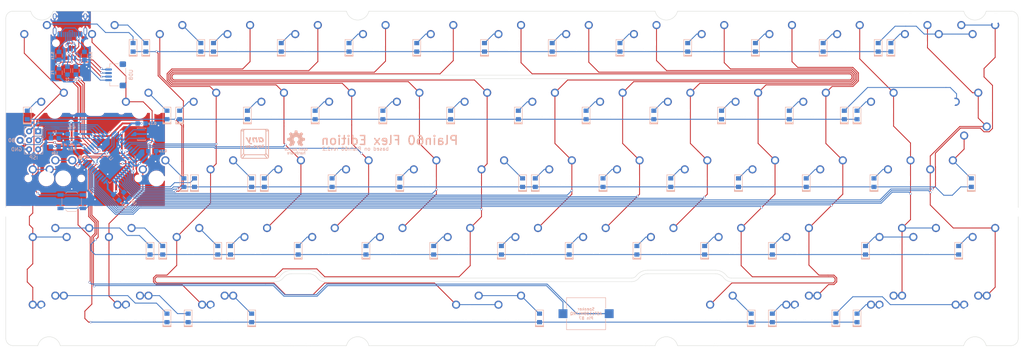
<source format=kicad_pcb>
(kicad_pcb (version 20221018) (generator pcbnew)
  (layers (0 "F.Cu" signal) (31 "B.Cu" signal) (34 "B.Paste" user) (35 "F.Paste" user) (36 "B.SilkS" user "B.Silkscreen") (37 "F.SilkS" user "F.Silkscreen") (38 "B.Mask" user) (39 "F.Mask" user) (44 "Edge.Cuts" user))
  (net 0 "")
  (net 1 "GND")
  (net 2 "VCC")
  (net 3 "row0")
  (net 4 "Net-(D1-Pad2)")
  (net 5 "Net-(D2-Pad2)")
  (net 6 "Net-(D3-Pad2)")
  (net 7 "Net-(D4-Pad2)")
  (net 8 "Net-(D5-Pad2)")
  (net 9 "Net-(D6-Pad2)")
  (net 10 "Net-(D7-Pad2)")
  (net 11 "Net-(D8-Pad2)")
  (net 12 "Net-(D9-Pad2)")
  (net 13 "Net-(D10-Pad2)")
  (net 14 "Net-(D11-Pad2)")
  (net 15 "Net-(D12-Pad2)")
  (net 16 "Net-(D13-Pad2)")
  (net 17 "Net-(D14-Pad2)")
  (net 18 "Net-(D15-Pad2)")
  (net 19 "Net-(D16-Pad2)")
  (net 20 "row1")
  (net 21 "Net-(D17-Pad2)")
  (net 22 "Net-(D18-Pad2)")
  (net 23 "Net-(D19-Pad2)")
  (net 24 "Net-(D20-Pad2)")
  (net 25 "Net-(D21-Pad2)")
  (net 26 "Net-(D22-Pad2)")
  (net 27 "Net-(D23-Pad2)")
  (net 28 "Net-(D24-Pad2)")
  (net 29 "Net-(D25-Pad2)")
  (net 30 "Net-(D26-Pad2)")
  (net 31 "Net-(D27-Pad2)")
  (net 32 "Net-(D28-Pad2)")
  (net 33 "Net-(D29-Pad2)")
  (net 34 "row2")
  (net 35 "Net-(D31-Pad2)")
  (net 36 "Net-(D32-Pad2)")
  (net 37 "Net-(D33-Pad2)")
  (net 38 "Net-(D34-Pad2)")
  (net 39 "Net-(D35-Pad2)")
  (net 40 "Net-(D36-Pad2)")
  (net 41 "Net-(D37-Pad2)")
  (net 42 "Net-(D38-Pad2)")
  (net 43 "Net-(D39-Pad2)")
  (net 44 "Net-(D40-Pad2)")
  (net 45 "Net-(D41-Pad2)")
  (net 46 "Net-(D42-Pad2)")
  (net 47 "Net-(D43-Pad2)")
  (net 48 "Net-(D44-Pad2)")
  (net 49 "row3")
  (net 50 "Net-(D46-Pad2)")
  (net 51 "Net-(D47-Pad2)")
  (net 52 "Net-(D48-Pad2)")
  (net 53 "Net-(D49-Pad2)")
  (net 54 "Net-(D50-Pad2)")
  (net 55 "Net-(D51-Pad2)")
  (net 56 "Net-(D52-Pad2)")
  (net 57 "Net-(D53-Pad2)")
  (net 58 "Net-(D54-Pad2)")
  (net 59 "Net-(D55-Pad2)")
  (net 60 "Net-(D56-Pad2)")
  (net 61 "Net-(D57-Pad2)")
  (net 62 "Net-(D58-Pad2)")
  (net 63 "Net-(D59-Pad2)")
  (net 64 "Net-(D61-Pad2)")
  (net 65 "row4")
  (net 66 "Net-(D62-Pad2)")
  (net 67 "Net-(D63-Pad2)")
  (net 68 "Net-(D67-Pad2)")
  (net 69 "Net-(D71-Pad2)")
  (net 70 "Net-(D72-Pad2)")
  (net 71 "Net-(D73-Pad2)")
  (net 72 "Net-(D74-Pad2)")
  (net 73 "Net-(J1-Pad4)")
  (net 74 "Net-(J1-Pad10)")
  (net 75 "col0")
  (net 76 "col1")
  (net 77 "col2")
  (net 78 "col3")
  (net 79 "col4")
  (net 80 "col5")
  (net 81 "col6")
  (net 82 "col7")
  (net 83 "col8")
  (net 84 "col9")
  (net 85 "col10")
  (net 86 "col11")
  (net 87 "col12")
  (net 88 "col13")
  (net 89 "col14")
  (net 90 "D-")
  (net 91 "D+")
  (net 92 "RST")
  (net 93 "Net-(R6-Pad2)")
  (net 94 "MISO")
  (net 95 "SCK")
  (net 96 "MOSI")
  (net 97 "Net-(H1-Pad1)")
  (net 98 "VBUS")
  (net 99 "Net-(R1-Pad1)")
  (net 100 "Net-(R1-Pad2)")
  (net 101 "Net-(R2-Pad2)")
  (net 102 "Net-(R2-Pad1)")
  (net 103 "Net-(U1-Pad16)")
  (net 104 "Net-(U1-Pad17)")
  (net 105 "Net-(LS1-Pad1)")
  (net 106 "Net-(C1-Pad1)")
  (footprint "Keeb_switches:CHERRY_PLATE_100H" (layer "F.Cu") (at 76.2 28.575)
    (fp_text reference "K19" hide)
    (fp_text value "KEYSW" hide)
  )
  (footprint "Keeb_switches:CHERRY_PLATE_100H" (layer "F.Cu") (at 95.25 28.575)
    (fp_text reference "K20" hide)
    (fp_text value "KEYSW" hide)
  )
  (footprint "Keeb_switches:CHERRY_PLATE_100H" (layer "F.Cu") (at 152.4 28.575)
    (fp_text reference "K23" hide)
    (fp_text value "KEYSW" hide)
  )
  (footprint "Keeb_switches:CHERRY_PLATE_100H" (layer "F.Cu") (at 171.45 28.575)
    (fp_text reference "K24" hide)
    (fp_text value "KEYSW" hide)
  )
  (footprint "Keeb_switches:CHERRY_PLATE_100H" (layer "F.Cu") (at 38.1 28.575)
    (fp_text reference "K17" hide)
    (fp_text value "KEYSW" hide)
  )
  (footprint "Keeb_switches:CHERRY_PLATE_100H" (layer "F.Cu") (at 133.35 28.575)
    (fp_text reference "K22" hide)
    (fp_text value "KEYSW" hide)
  )
  (footprint "Keeb_switches:CHERRY_PLATE_100H" (layer "F.Cu") (at 114.3 28.575)
    (fp_text reference "K21" hide)
    (fp_text value "KEYSW" hide)
  )
  (footprint "Keeb_switches:CHERRY_PLATE_100H" (layer "F.Cu") (at 57.15 28.575)
    (fp_text reference "K18" hide)
    (fp_text value "KEYSW" hide)
  )
  (footprint "Keeb_switches:CHERRY_PLATE_150H" (layer "F.Cu") (at 14.2875 28.575)
    (fp_text reference "K16" hide)
    (fp_text value "KEYSW" hide)
  )
  (footprint "Keeb_switches:CHERRY_PCB_200H" (layer "F.Cu") (at 266.7 9.525)
    (fp_text reference "K15" hide)
    (fp_text value "KEYSW" hide)
  )
  (footprint "Keeb_switches:CHERRY_PLATE_100H" (layer "F.Cu") (at 142.875 9.525)
    (fp_text reference "K8" hide)
    (fp_text value "KEYSW" hide)
  )
  (footprint "Keeb_switches:CHERRY_PLATE_100H" (layer "F.Cu") (at 180.975 9.525)
    (fp_text reference "K10" hide)
    (fp_text value "KEYSW" hide)
  )
  (footprint "Keeb_switches:CHERRY_PLATE_100H" (layer "F.Cu") (at 257.175 9.525)
    (fp_text reference "K14" hide)
    (fp_text value "KEYSW" hide)
  )
  (footprint "Keeb_switches:CHERRY_PLATE_100H" (layer "F.Cu") (at 85.725 9.525)
    (fp_text reference "K5" hide)
    (fp_text value "KEYSW" hide)
  )
  (footprint "Keeb_switches:CHERRY_PLATE_100H" (layer "F.Cu") (at 238.125 9.525)
    (fp_text reference "K13" hide)
    (fp_text value "KEYSW" hide)
  )
  (footprint "Keeb_switches:CHERRY_PLATE_100H" (layer "F.Cu") (at 219.075 9.525)
    (fp_text reference "K12" hide)
    (fp_text value "KEYSW" hide)
  )
  (footprint "Keeb_switches:CHERRY_PLATE_100H" (layer "F.Cu") (at 200.025 9.525)
    (fp_text reference "K11" hide)
    (fp_text value "KEYSW" hide)
  )
  (footprint "Keeb_switches:CHERRY_PLATE_100H" (layer "F.Cu") (at 161.925 9.525)
    (fp_text reference "K9" hide)
    (fp_text value "KEYSW" hide)
  )
  (footprint "Keeb_switches:CHERRY_PLATE_100H" (layer "F.Cu") (at 123.825 9.525)
    (fp_text reference "K7" hide)
    (fp_text value "KEYSW" hide)
  )
  (footprint "Keeb_switches:CHERRY_PLATE_100H" (layer "F.Cu") (at 104.775 9.525)
    (fp_text reference "K6" hide)
    (fp_text value "KEYSW" hide)
  )
  (footprint "Keeb_switches:CHERRY_PLATE_100H" (layer "F.Cu") (at 66.675 9.525)
    (fp_text reference "K4" hide)
    (fp_text value "KEYSW" hide)
  )
  (footprint "Keeb_switches:CHERRY_PLATE_100H" (layer "F.Cu") (at 28.575 9.525)
    (fp_text reference "K2" hide)
    (fp_text value "KEYSW" hide)
  )
  (footprint "Keeb_switches:CHERRY_PLATE_100H" (layer "F.Cu") (at 9.525 9.525)
    (fp_text reference "K1" hide)
    (fp_text value "KEYSW" hide)
  )
  (footprint "Keeb_switches:CHERRY_PLATE_100H" (layer "F.Cu") (at 47.625 9.525)
    (fp_text reference "K3" hide)
    (fp_text value "KEYSW" hide)
  )
  (footprint "Keeb_switches:CHERRY_PLATE_100H" (layer "F.Cu") (at 38.1 85.725)
    (fp_text reference "K62-1" hide)
    (fp_text value "KEYSW" hide)
  )
  (footprint "Keeb_switches:CHERRY_PLATE_125H" (layer "F.Cu") (at 202.40625 85.725)
    (fp_text reference "K71" hide)
    (fp_text value "KEYSW" hide)
  )
  (footprint "Keeb_switches:CHERRY_PLATE_100H" (layer "F.Cu") (at 147.6375 66.675)
    (fp_text reference "K53" hide)
    (fp_text value "KEYSW" hide)
  )
  (footprint "Keeb_switches:CHERRY_PLATE_175H" (layer "F.Cu") (at 250.03146 66.675056)
    (fp_text reference "K58-1" hide)
    (fp_text value "KEYSW" hide)
  )
  (footprint "Keeb_switches:CHERRY_PLATE_125H" (layer "F.Cu") (at 11.90625 47.625)
    (fp_text reference "K31-1" hide)
    (fp_text value "KEYSW" hide)
  )
  (footprint "Keeb_switches:CHERRY_PLATE_100H" (layer "F.Cu") (at 223.8375 66.675)
    (fp_text reference "K57" hide)
    (fp_text value "KEYSW" hide)
  )
  (footprint "Keeb_switches:CHERRY_PLATE_100H" (layer "F.Cu") (at 166.6875 66.675)
    (fp_text reference "K54" hide)
    (fp_text value "KEYSW" hide)
  )
  (footprint "Keeb_switches:CHERRY_PLATE_100H" (layer "F.Cu") (at 204.7875 66.675)
    (fp_text reference "K56" hide)
    (fp_text value "KEYSW" hide)
  )
  (footprint "Keeb_switches:CHERRY_PLATE_100H" (layer "F.Cu") (at 128.5875 66.675)
    (fp_text reference "K52" hide)
    (fp_text value "KEYSW" hide)
  )
  (footprint "Keeb_switches:CHERRY_PLATE_100H" (layer "F.Cu") (at 185.7375 66.675)
    (fp_text reference "K55" hide)
    (fp_text value "KEYSW" hide)
  )
  (footprint "Keeb_switches:CHERRY_PLATE_150H" (layer "F.Cu") (at 14.2875 85.725)
    (fp_text reference "K61-1" hide)
    (fp_text value "KEYSW" hide)
  )
  (footprint "Keeb_switches:CHERRY_PLATE_125H" (layer "F.Cu") (at 11.90625 66.675)
    (fp_text reference "K46-1" hide)
    (fp_text value "KEYSW" hide)
  )
  (footprint "Keeb_switches:CHERRY_PLATE_100H" (layer "F.Cu") (at 276.225 9.525)
    (fp_text reference "K15-1" hide)
    (fp_text value "KEYSW" hide)
  )
  (footprint "Keeb_switches:CHERRY_PLATE_125H" (layer "F.Cu") (at 273.84375 85.725072)
    (fp_text reference "K74" hide)
    (fp_text value "KEYSW" hide)
  )
  (footprint "Keeb_switches:CHERRY_PLATE_125H" (layer "F.Cu") (at 250.03125 85.725)
    (fp_text reference "K73" hide)
    (fp_text value "KEYSW" hide)
  )
  (footprint "Keeb_switches:CHERRY_PLATE_100H" (layer "F.Cu") (at 247.65 28.575)
    (fp_text reference "K28" hide)
    (fp_text value "KEYSW" hide)
  )
  (footprint "Keeb_switches:CHERRY_PLATE_100H" (layer "F.Cu") (at 52.3875 66.675)
    (fp_text reference "K48" hide)
    (fp_text value "KEYSW" hide)
  )
  (footprint "Keeb_switches:CHERRY_PLATE_100H" (layer "F.Cu") (at 190.5 28.575)
    (fp_text reference "K25" hide)
    (fp_text value "KEYSW" hide)
  )
  (footprint "Keeb_switches:CHERRY_PLATE_100H" (layer "F.Cu") (at 119.0625 47.625)
    (fp_text reference "K36" hide)
    (fp_text value "KEYSW" hide)
  )
  (footprint "Keeb_switches:CHERRY_PLATE_100H" (layer "F.Cu") (at 61.9125 47.625)
    (fp_text reference "K33" hide)
    (fp_text value "KEYSW" hide)
  )
  (footprint "Keeb_switches:CHERRY_PLATE_125H" (layer "F.Cu") (at 59.53125 85.725)
    (fp_text reference "K63" hide)
    (fp_text value "KEYSW" hide)
  )
  (footprint "Keeb_switches:CHERRY_PCB_225H_F" (layer "F.Cu") (at 264.31875 47.625)
    (fp_text reference "K44" hide)
    (fp_text value "KEYSW" hide)
  )
  (footprint "Keeb_switches:CHERRY_PLATE_125H" (layer "F.Cu") (at 226.21875 85.725)
    (fp_text reference "K72" hide)
    (fp_text value "KEYSW" hide)
  )
  (footprint "Keeb_switches:CHERRY_PLATE_100H" (layer "F.Cu") (at 276.225 66.675)
    (fp_text reference "K59" hide)
    (fp_text value "KEYSW" hide)
  )
  (footprint "Keeb_switches:CHERRY_PLATE_100H" (layer "F.Cu") (at 176.2125 47.625)
    (fp_text reference "K39" hide)
    (fp_text value "KEYSW" hide)
  )
  (footprint "Keeb_switches:CHERRY_PLATE_125H" (layer "F.Cu") (at 11.90625 85.725)
    (fp_text reference "K61" hide)
    (fp_text value "KEYSW" hide)
  )
  (footprint "Keeb_switches:CHERRY_PLATE_150H" (layer "F.Cu") (at 271.4625 28.575)
    (fp_text reference "K29" hide)
    (fp_text value "KEYSW" hide)
  )
  (footprint "Keeb_switches:CHERRY_PLATE_100H" (layer "F.Cu") (at 228.6 28.575)
    (fp_text reference "K27" hide)
    (fp_text value "KEYSW" hide)
  )
  (footprint "Keeb_switches:CHERRY_PLATE_150H" (layer "F.Cu") (at 61.9125 85.725)
    (fp_text reference "K63-1" hide)
    (fp_text value "KEYSW" hide)
  )
  (footprint "Keeb_switches:CHERRY_PLATE_100H" (layer "F.Cu") (at 90.4875 66.675)
    (fp_text reference "K50" hide)
    (fp_text value "KEYSW" hide)
  )
  (footprint "Keeb_switches:CHERRY_PLATE_100H" (layer "F.Cu") (at 80.9625 47.625)
    (fp_text reference "K34" hide)
    (fp_text value "KEYSW" hide)
  )
  (footprint "Keeb_switches:CHERRY_PLATE_100H" (layer "F.Cu") (at 33.3375 66.675)
    (fp_text reference "K47" hide)
    (fp_text value "KEYSW" hide)
  )
  (footprint "Keeb_switches:CHERRY_PLATE_100H" (layer "F.Cu") (at 252.4125 47.625)
    (fp_text reference "K43" hide)
    (fp_text value "KEYSW" hide)
  )
  (footprint "Keeb_switches:CHERRY_PLATE_100H" (layer "F.Cu") (at 157.1625 47.625)
    (fp_text reference "K38" hide)
    (fp_text value "KEYSW" hide)
  )
  (footprint "Keeb_switches:CHERRY_PLATE_100H" (layer "F.Cu") (at 100.0125 47.625)
    (fp_text reference "K35" hide)
    (fp_text value "KEYSW" hide)
  )
  (footprint "Keeb_switches:CHERRY_PLATE_100H" (layer "F.Cu") (at 42.8625 47.625)
    (fp_text reference "K32" hide)
    (fp_text value "KEYSW" hide)
  )
  (footprint "Keeb_switches:CHERRY_PLATE_100H" (layer "F.Cu") (at 195.2625 47.625)
    (fp_text reference "K40" hide)
    (fp_text value "KEYSW" hide)
  )
  (footprint "Keeb_switches:CHERRY_PCB_225H" (layer "F.Cu") (at 21.43125 66.675)
    (fp_text reference "K46" hide)
    (fp_text value "KEYSW" hide)
  )
  (footprint "Keeb_switches:CHERRY_PLATE_100H" (layer "F.Cu") (at 233.3625 47.625)
    (fp_text reference "K42" hide)
    (fp_text value "KEYSW" hide)
  )
  (footprint "Keeb_switches:CHERRY_PLATE_100H" (layer "F.Cu") (at 214.3125 47.625)
    (fp_text reference "K41" hide)
    (fp_text value "KEYSW" hide)
  )
  (footprint "Keeb_switches:CHERRY_PLATE_100H" (layer "F.Cu") (at 209.55 28.575)
    (fp_text reference "K26" hide)
    (fp_text value "KEYSW" hide)
  )
  (footprint "Keeb_switches:CHERRY_PLATE_100H" (layer "F.Cu") (at 138.1125 47.625)
    (fp_text reference "K37" hide)
    (fp_text value "KEYSW" hide)
  )
  (footprint "Keeb_switches:CHERRY_PLATE_175H" (layer "F.Cu") (at 16.66875 47.625)
    (fp_text reference "K31" hide)
    (fp_text value "KEYSW" hide)
  )
  (footprint "Keeb_switches:CHERRY_PLATE_100H" (layer "F.Cu") (at 109.5375 66.675)
    (fp_text reference "K51" hide)
    (fp_text value "KEYSW" hide)
  )
  (footprint "Keeb_switches:CHERRY_PLATE_100H" (layer "F.Cu") (at 247.65 85.725)
    (fp_text reference "K73-1" hide)
    (fp_text value "KEYSW" hide)
  )
  (footprint "Keeb_switches:CHERRY_PLATE_125H" (layer "F.Cu") (at 35.71875 85.725)
    (fp_text reference "K62" hide)
    (fp_text value "KEYSW" hide)
  )
  (footprint "Keeb_switches:CHERRY_PLATE_100H" (layer "F.Cu") (at 71.4375 66.675)
    (fp_text reference "K49" hide)
    (fp_text value "KEYSW" hide)
  )
  (footprint "Keeb_switches:CHERRY_PLATE_150H" (layer "F.Cu") (at 223.8375 85.725)
    (fp_text reference "K72-1" hide)
    (fp_text value "KEYSW" hide)
  )
  (footprint "Keeb_switches:CHERRY_PLATE_150H" (layer "F.Cu") (at 271.462728 85.725072)
    (fp_text reference "K74-1" hide)
    (fp_text value "KEYSW" hide)
  )
  (footprint "footprints:10x5_7x2.5mm" (layer "F.Cu") (at 2.381252 57.125)
    (fp_text reference "S4" hide)
    (fp_text value "Screw")
  )
  (footprint "footprints:10x5_7x2.5mm" (layer "F.Cu") (at 283.368988 57.125)
    (fp_text reference "S5" hide)
    (fp_text value "Screw")
  )
  (footprint "Keeb_switches:CHERRY_PCB_275H" (layer "F.Cu") (at 259.556468 66.675)
    (fp_text reference "K58" hide)
    (fp_text value "KEYSW" hide)
  )
  (footprint "Keeb_switches:CHERRY_PCB_625H_F" (layer "F.Cu") (at 130.96875 85.725)
    (fp_text reference "K67" hide)
    (fp_text value "KEYSW" hide)
  )
  (footprint "footprints:5.5_5x2.5mm" (layer "F.Cu") (at 26.625 85.725072)
    (fp_text reference "S8" hide)
    (fp_text value "Tofu screw")
  )
  (footprint "footprints:5.5_5x2.5mm" (layer "F.Cu") (at 142.875 37.75)
    (fp_text reference "S7" hide)
    (fp_text value "Tofu screw")
  )
  (footprint "footprints:5.5_5x2.5mm" (layer "F.Cu") (at 260.43 85.725072)
    (fp_text reference "S9" hide)
    (fp_text value "Tofu screw")
  )
  (footprint "footprints:5.5_5x2.5mm" (layer "F.Cu") (at 260.425 28.22705)
    (fp_text reference "S2" hide)
    (fp_text value "Screw")
  )
  (footprint "footprints:5.5_5x2.5mm" (layer "F.Cu") (at 25.6 28.575024)
    (fp_text reference "S1" hide)
    (fp_text value "Screw")
  )
  (footprint "footprints:5.5_5x2.5mm" (layer "F.Cu") (at 128.587608 47.42504)
    (fp_text reference "S3" hide)
    (fp_text value "Screw")
  )
  (footprint "footprints:5.5_5x2.5mm" (layer "F.Cu") (at 190.50016 85.525)
    (fp_text reference "S6" hide)
    (fp_text value "Screw")
  )
  (footprint "Keeb_switches:CHERRY_PCB_700H_F" (layer "F.Cu") (at 142.875 85.725)
    (fp_text reference "K67-1" hide)
    (fp_text value "KEYSW" hide)
  )
  (footprint "Keeb_switches:CHERRY_PCB_200H_V" (layer "F.Cu") (at 273.84398 38.1)
    (fp_text reference "K44-1" hide)
    (fp_text value "KEYSW" hide)
  )
  (footprint "Keeb_components:D_0805" (layer "B.Cu") (at 239.911139 86.915698 90)
    (fp_text reference "D73")
    (fp_text value "D" hide)
  )
  (footprint "Keeb_components:D_0805" (layer "B.Cu") (at 216.098619 86.915698 90)
    (fp_text reference "D72")
    (fp_text value "D" hide)
  )
  (footprint "Keeb_components:D_0805" (layer "B.Cu") (at 210.145489 86.915698 90)
    (fp_text reference "D71")
    (fp_text value "D" hide)
  )
  (footprint "Keeb_components:D_0805" (layer "B.Cu") (at 150.614189 86.915698 90)
    (fp_text reference "D67")
    (fp_text value "D" hide)
  )
  (footprint "Keeb_components:D_0805" (layer "B.Cu") (at 69.651621 86.915698 90)
    (fp_text reference "D63")
    (fp_text value "D" hide)
  )
  (footprint "Keeb_components:D_0805" (layer "B.Cu") (at 268.486163 67.865682 90)
    (fp_text reference "D59")
    (fp_text value "D" hide)
  )
  (footprint "Keeb_components:D_0805" (layer "B.Cu") (at 242.292391 67.865682 90)
    (fp_text reference "D58")
    (fp_text value "D" hide)
  )
  (footprint "Keeb_components:D_0805" (layer "B.Cu") (at 216.098619 67.865682 90)
    (fp_text reference "D57")
    (fp_text value "D" hide)
  )
  (footprint "Keeb_components:D_0805" (layer "B.Cu") (at 197.048603 67.865682 90)
    (fp_text reference "D56")
    (fp_text value "D" hide)
  )
  (footprint "Keeb_components:D_0805" (layer "B.Cu") (at 139.898555 67.865682 90)
    (fp_text reference "D53")
    (fp_text value "D" hide)
  )
  (footprint "Keeb_components:D_0805" (layer "B.Cu") (at 101.798523 67.865682 90)
    (fp_text reference "D51")
    (fp_text value "D" hide)
  )
  (footprint "Keeb_components:D_0805" (layer "B.Cu") (at 82.748507 67.865682 90)
    (fp_text reference "D50")
    (fp_text value "D" hide)
  )
  (footprint "Keeb_components:D_0805" (layer "B.Cu") (at 220.861123 29.76565 90)
    (fp_text reference "D27")
    (fp_text value "D" hide)
  )
  (footprint "Keeb_components:D_0805" (layer "B.Cu") (at 225.623627 48.815666 90)
    (fp_text reference "D42")
    (fp_text value "D" hide)
  )
  (footprint "Keeb_components:D_0805" (layer "B.Cu") (at 49.410979 29.76565 90)
    (fp_text reference "D18")
    (fp_text value "D" hide)
  )
  (footprint "Keeb_components:D_0805" (layer "B.Cu") (at 182.761091 29.76565 90)
    (fp_text reference "D25")
    (fp_text value "D" hide)
  )
  (footprint "Keeb_components:D_0805" (layer "B.Cu") (at 206.573611 48.815666 90)
    (fp_text reference "D41")
    (fp_text value "D" hide)
  )
  (footprint "Keeb_components:D_0805" (layer "B.Cu") (at 111.323531 48.815666 90)
    (fp_text reference "D36")
    (fp_text value "D" hide)
  )
  (footprint "Keeb_components:D_0805" (layer "B.Cu") (at 53.57817 48.815666 90)
    (fp_text reference "D31")
    (fp_text value "D" hide)
  )
  (footprint "Keeb_components:D_0805" (layer "B.Cu") (at 187.523595 48.815666 90)
    (fp_text reference "D40")
    (fp_text value "D" hide)
  )
  (footprint "Keeb_components:D_0805" (layer "B.Cu") (at 145.851685 48.815666 90)
    (fp_text reference "D37")
    (fp_text value "D" hide)
  )
  (footprint "Keeb_components:D_0805" (layer "B.Cu") (at 50.601605 48.815666 90)
    (fp_text reference "D32")
    (fp_text value "D" hide)
  )
  (footprint "Keeb_components:D_0805" (layer "B.Cu") (at 73.223499 48.815666 90)
    (fp_text reference "D34")
    (fp_text value "D" hide)
  )
  (footprint "Keeb_components:D_0805" (layer "B.Cu") (at 106.561027 29.76565 90)
    (fp_text reference "D21")
    (fp_text value "D" hide)
  )
  (footprint "Keeb_components:D_0805" (layer "B.Cu") (at 201.811107 29.76565 90)
    (fp_text reference "D26")
    (fp_text value "D" hide)
  )
  (footprint "Keeb_components:D_0805" (layer "B.Cu") (at 125.611043 29.76565 90)
    (fp_text reference "D22")
    (fp_text value "D" hide)
  )
  (footprint "Keeb_components:D_0805" (layer "B.Cu") (at 163.711075 29.76565 90)
    (fp_text reference "D24")
    (fp_text value "D" hide)
  )
  (footprint "Keeb_components:D_0805" (layer "B.Cu") (at 244.673643 48.815666 90)
    (fp_text reference "D43")
    (fp_text value "D" hide)
  )
  (footprint "Keeb_components:D_0805" (layer "B.Cu") (at 149.423563 48.815666 90)
    (fp_text reference "D38")
    (fp_text value "D" hide)
  )
  (footprint "Keeb_components:D_0805" (layer "B.Cu") (at 92.273515 48.815666 90)
    (fp_text reference "D35")
    (fp_text value "D" hide)
  )
  (footprint "Keeb_components:D_0805" (layer "B.Cu") (at 60.126613 67.865682 90)
    (fp_text reference "D48")
    (fp_text value "D" hide)
  )
  (footprint "Keeb_components:D_0805" (layer "B.Cu") (at 158.948571 67.865682 90)
    (fp_text reference "D54")
    (fp_text value "D" hide)
  )
  (footprint "Keeb_components:D_0805" (layer "B.Cu") (at 272.058041 48.815666 90)
    (fp_text reference "D44")
    (fp_text value "D" hide)
  )
  (footprint "Keeb_components:D_0805" (layer "B.Cu") (at 51.792231 86.915698 90)
    (fp_text reference "D62")
    (fp_text value "D" hide)
  )
  (footprint "Keeb_components:D_0805" (layer "B.Cu") (at 168.473579 48.815666 90)
    (fp_text reference "D39")
    (fp_text value "D" hide)
  )
  (footprint "Keeb_components:D_0805" (layer "B.Cu") (at 87.511011 29.76565 90)
    (fp_text reference "D20")
    (fp_text value "D" hide)
  )
  (footprint "Keeb_components:D_0805" (layer "B.Cu") (at 239.911139 29.76565 90)
    (fp_text reference "D28")
    (fp_text value "D" hide)
  )
  (footprint "Keeb_components:D_0805" (layer "B.Cu") (at 69.651621 48.815666 90)
    (fp_text reference "D33")
    (fp_text value "D" hide)
  )
  (footprint "Keeb_components:D_0805" (layer "B.Cu") (at 144.661059 29.76565 90)
    (fp_text reference "D23")
    (fp_text value "D" hide)
  )
  (footprint "Keeb_components:D_0805" (layer "B.Cu") (at 177.998587 67.865682 90)
    (fp_text reference "D55")
    (fp_text value "D" hide)
  )
  (footprint "Keeb_components:D_0805" (layer "B.Cu") (at 120.848539 67.865682 90)
    (fp_text reference "D52")
    (fp_text value "D" hide)
  )
  (footprint "Keeb_components:D_0805" (layer "B.Cu") (at 68.460995 29.76565 90)
    (fp_text reference "D19")
    (fp_text value "D" hide)
  )
  (footprint "Keeb_components:ATMEGA32U4" (layer "B.Cu") (at 29.76565 41.67191 -45)
    (fp_text reference "U1")
    (fp_text value "ATmega32U4")
  )
  (footprint "Keeb_components:Resonator_SMD_muRata_CSTNExxV-3Pin-p1.2" (layer "B.Cu") (at 38.695345 35.123467 90)
    (fp_text reference "X1" hide)
    (fp_text value "XTAL_GND")
  )
  (footprint "Button_Switch_SMD:SW_SPST_TL3342" (layer "B.Cu") (at 19.050016 54.173483)
    (fp_text reference "SW1" hide)
    (fp_text value "SW_PUSH" hide)
  )
  (footprint "Keeb_components:R_0805" (layer "B.Cu") (at 34.489688 52.349078 135)
    (fp_text reference "R6" hide)
    (fp_text value "10k")
  )
  (footprint "Keeb_components:D_0805" (layer "B.Cu") (at 173.236083 10.715634 90)
    (fp_text reference "D10")
    (fp_text value "D" hide)
  )
  (footprint "Keeb_components:D_0805" (layer "B.Cu") (at 249.436147 10.715634 90)
    (fp_text reference "D14")
    (fp_text value "D" hide)
  )
  (footprint "Keeb_components:D_0805" (layer "B.Cu") (at 154.186067 10.715634 90)
    (fp_text reference "D9")
    (fp_text value "D" hide)
  )
  (footprint "Keeb_components:D_0805" (layer "B.Cu") (at 230.386131 10.715634 90)
    (fp_text reference "D13")
    (fp_text value "D" hide)
  )
  (footprint "Keeb_components:D_0805" (layer "B.Cu") (at 192.286099 10.715634 90)
    (fp_text reference "D11")
    (fp_text value "D" hide)
  )
  (footprint "Keeb_components:D_0805" (layer "B.Cu") (at 245.864269 10.715634 90)
    (fp_text reference "D15")
    (fp_text value "D" hide)
  )
  (footprint "Keeb_components:D_0805" (layer "B.Cu") (at 45.839101 29.76565 90)
    (fp_text reference "D17")
    (fp_text value "D" hide)
  )
  (footprint "Keeb_components:D_0805" (layer "B.Cu") (at 6.548443 29.76565 90)
    (fp_text reference "D16")
    (fp_text value "D" hide)
  )
  (footprint "Keeb_components:D_0805" (layer "B.Cu") (at 211.336115 10.715634 90)
    (fp_text reference "D12")
    (fp_text value "D" hide)
  )
  (footprint "Keeb_components:D_0805" (layer "B.Cu") (at 116.086035 10.715634 90)
    (fp_text reference "D7")
    (fp_text value "D" hide)
  )
  (footprint "Keeb_components:D_0805" (layer "B.Cu") (at 55.364109 10.715634 90)
    (fp_text reference "D3")
    (fp_text value "D" hide)
  )
  (footprint "Keeb_components:D_0805" (layer "B.Cu") (at 77.986003 10.715634 90)
    (fp_text reference "D5")
    (fp_text value "D" hide)
  )
  (footprint "Keeb_components:D_0805" (layer "B.Cu") (at 135.136051 10.715634 90)
    (fp_text reference "D8")
    (fp_text value "D" hide)
  )
  (footprint "Keeb_components:D_0805" (layer "B.Cu") (at 97.036019 10.715634 90)
    (fp_text reference "D6")
    (fp_text value "D" hide)
  )
  (footprint "Keeb_components:D_0805" (layer "B.Cu") (at 58.935987 10.715634 90)
    (fp_text reference "D4")
    (fp_text value "D" hide)
  )
  (footprint "footprints:oshw" (layer "B.Cu") (at 82.153194 37.504719 180)
    (fp_text reference "G***" hide)
    (fp_text value "LOGO" hide)
  )
  (footprint "footprints:free_pin" (layer "B.Cu") (at 4.524382 36.909406)
    (fp_text reference "H1" hide)
    (fp_text value "B0")
  )
  (footprint "Keeb_components:D_0805" (layer "B.Cu") (at 233.958009 86.915698 90)
    (fp_text reference "D74")
    (fp_text value "D" hide)
  )
  (footprint "Keeb_components:R_0805" (layer "B.Cu") (at 17.85939 17.264077 90)
    (fp_text reference "R1" hide)
    (fp_text value "22")
  )
  (footprint "Keeb_components:HRO-TYPE-C-31-M-12" (layer "B.Cu") (at 18.568 -0.62)
    (fp_text reference "J1")
    (fp_text value "HRO-TYPE-C-31-M-12")
  )
  (footprint "Keeb_components:D_0805" (layer "B.Cu") (at 63.698491 67.865682 90)
    (fp_text reference "D49")
    (fp_text value "D" hide)
  )
  (footprint "Keeb_components:C_0805" (layer "B.Cu") (at 38.695345 32.146902 180)
    (fp_text reference "C4")
    (fp_text value "0.1u")
  )
  (footprint "Keeb_components:C_0805" (layer "B.Cu") (at 19.050016 37.504719)
    (fp_text reference "C5")
    (fp_text value "0.1u")
  )
  (footprint "Keeb_components:D_0805" (layer "B.Cu") (at 41.076597 67.865682 90)
    (fp_text reference "D46")
    (fp_text value "D" hide)
  )
  (footprint "Keeb_components:D_0805" (layer "B.Cu") (at 236.339261 29.76565 90)
    (fp_text reference "D29")
    (fp_text value "D" hide)
  )
  (footprint "Keeb_components:R_0805" (layer "B.Cu") (at 15.478138 17.85939 90)
    (fp_text reference "F1")
    (fp_text value "Polyfuse" hide)
  )
  (footprint "Keeb_components:D_0805" (layer "B.Cu") (at 36.314093 10.715634 90)
    (fp_text reference "D1")
    (fp_text value "D" hide)
  )
  (footprint "Keeb_components:D_0805" (layer "B.Cu") (at 44.648475 67.865682 90)
    (fp_text reference "D47")
    (fp_text value "D" hide)
  )
  (footprint "Keeb_components:R_0805" (layer "B.Cu") (at 20.240642 17.264077 -90)
    (fp_text reference "R2" hide)
    (fp_text value "22")
  )
  (footprint "Keeb_components:C_0805" (layer "B.Cu") (at 14.287512 36.314093 180)
    (fp_text reference "C1")
    (fp_text value "1u")
  )
  (footprint "Keeb_components:C_0805" (layer "B.Cu") (at 41.67191 39.885971 180)
    (fp_text reference "C2")
    (fp_text value "0.1u")
  )
  (footprint "Keeb_components:R_0805" (layer "B.Cu") (at 14.287512 38.695345 180)
    (fp_text reference "R5" hide)
    (fp_text value "10k")
  )
  (footprint "Keeb_components:R_0805" (layer "B.Cu") (at 22.621894 13.096886 -90)
    (fp_text reference "R4" hide)
    (fp_text value "5.1k")
  )
  (footprint "Keeb_components:D_0805" (layer "B.Cu") (at 39.885971 10.715634 90)
    (fp_text reference "D2")
    (fp_text value "D" hide)
  )
  (footprint "Keeb_components:D_0805" (layer "B.Cu") (at 45.839101 86.915698 90)
    (fp_text reference "D61")
    (fp_text value "D" hide)
  )
  (footprint "Keeb_components:USBLC6-2SC6" (layer "B.Cu") (at 19.050016 12.501573)
    (fp_text reference "U2" hide)
    (fp_text value "USBLC6-2SC6")
  )
  (footprint "Keeb_components:isp_standard" (layer "B.Cu") (at 8.334382 36.909406 180)
    (fp_text reference "J2" hide)
    (fp_text value "ISP")
  )
  (footprint "Keeb_components:R_0805" (layer "B.Cu") (at 15.478138 13.096886 90)
    (fp_text reference "R3" hide)
    (fp_text value "5.1k")
  )
  (footprint "Keeb_components:logo_new" (layer "B.Cu") (at 70.533862 37.885968 180)
    (fp_text reference "G***" hide)
    (fp_text value "LOGO" hide)
  )
  (footprint "Keeb_components:JST_SH_SM04B-SRSS-TB_1x04-1MP_P1.00mm_Horizontal" (layer "B.Cu") (at 31.551589 18.454703 -90)
    (fp_text reference "J3" hide)
    (fp_text value "ai03_ud" hide)
  )
  (footprint "Keeb_components:speaker_AST1109MLTRQ" (layer "B.Cu") (at 163.711075 85.725072)
    (fp_text reference "LS1" hide)
    (fp_text value "Speaker")
  )
  (footprint "Keeb_components:C_0805" (layer "B.Cu") (at 19.050016 35.123467)
    (fp_text reference "C6")
    (fp_text value "4.7u")
  )
  (footprint "Keeb_components:C_0805" (layer "B.Cu") (at 31.551589 52.982857 135)
    (fp_text reference "C3")
    (fp_text value "0.1u")
  )
  (gr_arc (start 237.625192 18.550008) (mid 238.12532 19.050136) (end 237.625192 19.550264) (stroke (width 0.1)) (layer "Edge.Cuts"))
  (gr_arc (start 9.525008 94.725008) (mid 12.675008 92.225008) (end 15.825008 94.725008) (stroke (width 0.1)) (layer "Edge.Cuts"))
  (gr_arc (start 48.126422 19.550136) (mid 47.626422 19.050136) (end 48.126422 18.550136) (stroke (width 0.1)) (layer "Edge.Cuts"))
  (gr_arc (start 90.115786 75.700068) (mid 89.439159 75.53879) (end 88.908032 75.089636) (stroke (width 0.1)) (layer "Edge.Cuts"))
  (gr_arc (start 90.115786 76.700063) (mid 88.990155 76.432316) (end 88.105632 75.686426) (stroke (width 0.1)) (layer "Edge.Cuts"))
  (gr_line (start 96.325006 94.725008) (end 15.825008 94.725008) (stroke (width 0.1)) (layer "Edge.Cuts"))
  (gr_arc (start 200.056947 73.470061) (mid 201.857958 73.898456) (end 203.273197 75.091881) (stroke (width 0.1)) (layer "Edge.Cuts"))
  (gr_arc (start 78.518758 75.686427) (mid 77.634234 76.432316) (end 76.508604 76.700062) (stroke (width 0.1)) (layer "Edge.Cuts"))
  (gr_line (start 183.125008 94.725006) (end 102.625008 94.725006) (stroke (width 0.1)) (layer "Edge.Cuts"))
  (gr_arc (start 177.789524 75.093476) (mid 177.259104 75.539862) (end 176.584611 75.700064) (stroke (width 0.1)) (layer "Edge.Cuts"))
  (gr_arc (start 183.125008 94.725006) (mid 186.275009 92.225007) (end 189.425008 94.725008) (stroke (width 0.1)) (layer "Edge.Cuts"))
  (gr_line (start 102.625008 0.525008) (end 183.125008 0.525008) (stroke (width 0.1)) (layer "Edge.Cuts"))
  (gr_arc (start 204.479287 75.700059) (mid 203.803911 75.539412) (end 203.273198 75.091881) (stroke (width 0.1)) (layer "Edge.Cuts"))
  (gr_arc (start 276.225231 0.525009) (mid 273.075034 3.025225) (end 269.924797 0.52506) (stroke (width 0.1)) (layer "Edge.Cuts"))
  (gr_line (start 0.525008 2.525008) (end 0.525008 92.725008) (stroke (width 0.1)) (layer "Edge.Cuts"))
  (gr_line (start 181.006946 74.470069) (end 200.056946 74.470064) (stroke (width 0.1)) (layer "Edge.Cuts"))
  (gr_arc (start 13.825008 0.525008) (mid 10.675008 3.025008) (end 7.525008 0.525008) (stroke (width 0.1)) (layer "Edge.Cuts"))
  (gr_arc (start 283.225008 0.525007) (mid 284.639222 1.110793) (end 285.225008 2.525007) (stroke (width 0.1)) (layer "Edge.Cuts"))
  (gr_line (start 269.925008 94.725006) (end 189.425008 94.725008) (stroke (width 0.1)) (layer "Edge.Cuts"))
  (gr_line (start 48.126422 19.550136) (end 237.625192 19.550136) (stroke (width 0.1)) (layer "Edge.Cuts"))
  (gr_line (start 43.363195 75.700064) (end 76.508604 75.700064) (stroke (width 0.1)) (layer "Edge.Cuts"))
  (gr_arc (start 269.925008 94.725006) (mid 273.075009 92.225007) (end 276.225008 94.725008) (stroke (width 0.1)) (layer "Edge.Cuts"))
  (gr_arc (start 178.594765 75.686429) (mid 177.710242 76.432317) (end 176.584612 76.700064) (stroke (width 0.1)) (layer "Edge.Cuts"))
  (gr_arc (start 285.225008 92.725008) (mid 284.639222 94.139222) (end 283.225008 94.725008) (stroke (width 0.1)) (layer "Edge.Cuts"))
  (gr_line (start 181.006946 73.470067) (end 200.056947 73.470061) (stroke (width 0.1)) (layer "Edge.Cuts"))
  (gr_line (start 283.225008 94.725008) (end 276.225008 94.725008) (stroke (width 0.1)) (layer "Edge.Cuts"))
  (gr_arc (start 177.789524 75.093476) (mid 179.205054 73.898907) (end 181.006946 73.470067) (stroke (width 0.1)) (layer "Edge.Cuts"))
  (gr_line (start 43.363195 76.700064) (end 76.508604 76.700063) (stroke (width 0.1)) (layer "Edge.Cuts"))
  (gr_line (start 176.584611 75.700064) (end 90.115786 75.700069) (stroke (width 0.1)) (layer "Edge.Cuts"))
  (gr_arc (start 77.714697 75.091882) (mid 79.129936 73.898458) (end 80.930946 73.470063) (stroke (width 0.1)) (layer "Edge.Cuts"))
  (gr_line (start 285.225008 92.725008) (end 285.225008 2.525007) (stroke (width 0.1)) (layer "Edge.Cuts"))
  (gr_arc (start 178.594765 75.686429) (mid 179.656192 74.791364) (end 181.006946 74.470069) (stroke (width 0.1)) (layer "Edge.Cuts"))
  (gr_arc (start 204.479287 76.700066) (mid 203.353656 76.432319) (end 202.469132 75.686428) (stroke (width 0.1)) (layer "Edge.Cuts"))
  (gr_arc (start 2.525007 94.725007) (mid 1.110794 94.139221) (end 0.525008 92.725008) (stroke (width 0.1)) (layer "Edge.Cuts"))
  (gr_line (start 80.930946 74.470063) (end 85.693446 74.470064) (stroke (width 0.1)) (layer "Edge.Cuts"))
  (gr_arc (start 96.325006 94.725008) (mid 99.475007 92.225007) (end 102.625008 94.725008) (stroke (width 0.1)) (layer "Edge.Cuts"))
  (gr_arc (start 78.518759 75.686428) (mid 79.580188 74.79136) (end 80.930946 74.470063) (stroke (width 0.1)) (layer "Edge.Cuts"))
  (gr_line (start 232.862718 75.7) (end 204.479287 75.70006) (stroke (width 0.1)) (layer "Edge.Cuts"))
  (gr_line (start 9.525008 94.725008) (end 2.525007 94.725008) (stroke (width 0.1)) (layer "Edge.Cuts"))
  (gr_arc (start 200.056946 74.470064) (mid 201.407703 74.79136) (end 202.469132 75.686428) (stroke (width 0.1)) (layer "Edge.Cuts"))
  (gr_arc (start 189.425008 0.52501) (mid 186.275007 3.025009) (end 183.125008 0.525008) (stroke (width 0.1)) (layer "Edge.Cuts"))
  (gr_arc (start 77.714696 75.091882) (mid 77.183982 75.539415) (end 76.508604 75.700063) (stroke (width 0.1)) (layer "Edge.Cuts"))
  (gr_arc (start 232.862718 75.7) (mid 233.362718 76.2) (end 232.862718 76.7) (stroke (width 0.1)) (layer "Edge.Cuts"))
  (gr_arc (start 85.693446 74.470064) (mid 87.044203 74.79136) (end 88.105631 75.686427) (stroke (width 0.1)) (layer "Edge.Cuts"))
  (gr_line (start 189.425008 0.52501) (end 269.924797 0.525059) (stroke (width 0.1)) (layer "Edge.Cuts"))
  (gr_line (start 276.225231 0.525009) (end 283.225008 0.52501) (stroke (width 0.1)) (layer "Edge.Cuts"))
  (gr_arc (start 0.525008 2.525008) (mid 1.110794 1.110794) (end 2.525008 0.525008) (stroke (width 0.1)) (layer "Edge.Cuts"))
  (gr_line (start 237.625192 18.550008) (end 48.126422 18.550136) (stroke (width 0.1)) (layer "Edge.Cuts"))
  (gr_arc (start 85.693446 73.470064) (mid 87.493208 73.89783) (end 88.908032 75.089636) (stroke (width 0.1)) (layer "Edge.Cuts"))
  (gr_arc (start 102.625008 0.525008) (mid 99.475008 3.025008) (end 96.325008 0.525008) (stroke (width 0.1)) (layer "Edge.Cuts"))
  (gr_line (start 232.862718 76.7) (end 204.479287 76.700066) (stroke (width 0.1)) (layer "Edge.Cuts"))
  (gr_line (start 80.930946 73.470063) (end 85.693446 73.470064) (stroke (width 0.1)) (layer "Edge.Cuts"))
  (gr_arc (start 43.363195 76.700064) (mid 42.863195 76.200064) (end 43.363195 75.700064) (stroke (width 0.1)) (layer "Edge.Cuts"))
  (gr_line (start 90.115786 76.700064) (end 176.584612 76.700064) (stroke (width 0.1)) (layer "Edge.Cuts"))
  (gr_line (start 2.525008 0.525008) (end 7.525008 0.525008) (stroke (width 0.1)) (layer "Edge.Cuts"))
  (gr_line (start 13.825008 0.525008) (end 96.325008 0.525008) (stroke (width 0.1)) (layer "Edge.Cuts"))
  (gr_text "based on Plain60 rev2.2" (at 98.821958 39.290658) (layer "B.SilkS") (effects (font (size 1 1)) (justify mirror)))
  (gr_text "UDB" (at 35.71878 18.454703 90) (layer "B.SilkS") (effects (font (size 1 1)) (justify mirror)))
  (gr_text "GND" (at 5.159382 39.449406) (layer "B.SilkS") (effects (font (size 1 1)) (justify left mirror)))
  (gr_text "Plain60 Flex Edition" (at 127.992295 36.909406) (layer "B.SilkS") (effects (font (size 2.5 2.5) (thickness 0.4)) (justify left mirror)))
  (gr_text "Speaker\nAST1109MLTRQ\nPin B7" (at 163.711075 85.725072) (layer "B.SilkS") (effects (font (size 0.8 0.8)) (justify mirror)))
  (segment (start 24.255479 76.706155) (end 24.080489 76.881145) (width 0.25) (layer "F.Cu") (net 1))
  (segment (start 14.678135 15.478138) (end 14.678135 15.868761) (width 0.25) (layer "F.Cu") (net 1))
  (segment (start 24.255479 64.14145) (end 20.835955 60.721926) (width 0.25) (layer "F.Cu") (net 1))
  (segment (start 19.050016 10.150008) (end 18.48439 10.715634) (width 0.25) (layer "F.Cu") (net 1))
  (segment (start 20.835955 29.150024) (end 19.645329 30.34065) (width 0.25) (layer "F.Cu") (net 1))
  (segment (start 20.835955 60.721926) (end 20.835955 55.959422) (width 0.25) (layer "F.Cu") (net 1))
  (segment (start 20.835955 22.026581) (end 20.835955 29.150024) (width 0.25) (layer "F.Cu") (net 1))
  (segment (start 14.678135 15.868761) (end 20.835955 22.026581) (width 0.25) (layer "F.Cu") (net 1))
  (segment (start 24.255479 64.14145) (end 24.255479 76.706155) (width 0.25) (layer "F.Cu") (net 1))
  (via (at 40.481284 35.123467) (size 0.6) (drill 0.4) (layers "F.Cu" "B.Cu") (net 1))
  (via (at 32.146902 38.695345) (size 0.6) (drill 0.4) (layers "F.Cu" "B.Cu") (net 1))
  (via (at 20.835955 55.959422) (size 0.6) (drill 0.4) (layers "F.Cu" "B.Cu") (net 1))
  (via (at 19.050016 10.150008) (size 0.6) (drill 0.4) (layers "F.Cu" "B.Cu") (net 1))
  (via (at 14.287512 35.123467) (size 0.6) (drill 0.4) (layers "F.Cu" "B.Cu") (net 1))
  (via (at 19.050016 50.601605) (size 0.6) (drill 0.4) (layers "F.Cu" "B.Cu") (net 1))
  (via (at 16.668764 35.123467) (size 0.6) (drill 0.4) (layers "F.Cu" "B.Cu") (net 1))
  (via (at 27.384398 38.100032) (size 0.6) (drill 0.4) (layers "F.Cu" "B.Cu") (net 1))
  (via (at 24.080489 76.881145) (size 0.6) (drill 0.4) (layers "F.Cu" "B.Cu") (net 1))
  (via (at 17.85939 39.290658) (size 0.6) (drill 0.4) (layers "F.Cu" "B.Cu") (net 1))
  (via (at 29.170337 46.434414) (size 0.6) (drill 0.4) (layers "F.Cu" "B.Cu") (net 1))
  (via (at 25.598459 53.57817) (size 0.6) (drill 0.4) (layers "F.Cu" "B.Cu") (net 1))
  (via (at 33.932841 54.173483) (size 0.6) (drill 0.4) (layers "F.Cu" "B.Cu") (net 1))
  (via (at 19.645329 30.34065) (size 0.6) (drill 0.4) (layers "F.Cu" "B.Cu") (net 1))
  (via (at 16.668764 36.939093) (size 0.6) (drill 0.4) (layers "F.Cu" "B.Cu") (net 1))
  (via (at 42.624414 42.862536) (size 0.6) (drill 0.4) (layers "F.Cu" "B.Cu") (net 1))
  (via (at 14.678135 15.478138) (size 0.6) (drill 0.4) (layers "F.Cu" "B.Cu") (net 1))
  (via (at 23.217207 16.162513) (size 0.6) (drill 0.4) (layers "F.Cu" "B.Cu") (net 1))
  (via (at 43.457849 32.742215) (size 0.6) (drill 0.4) (layers "F.Cu" "B.Cu") (net 1))
  (via (at 37.504719 42.267223) (size 0.6) (drill 0.4) (layers "F.Cu" "B.Cu") (net 1))
  (via (at 22.621894 45.243788) (size 0.6) (drill 0.4) (layers "F.Cu" "B.Cu") (net 1))
  (via (at 23.81252 16.668764) (size 0.6) (drill 0.4) (layers "F.Cu" "B.Cu") (net 1))
  (segment (start 17.950016 39.200032) (end 17.85939 39.290658) (width 0.25) (layer "B.Cu") (net 1))
  (segment (start 23.103146 56.073483) (end 25.598459 53.57817) (width 0.25) (layer "B.Cu") (net 1))
  (segment (start 35.267505 53.126895) (end 34.979429 53.126895) (width 0.25) (layer "B.Cu") (net 1))
  (segment (start 25.169456 38.207087) (end 25.657714 38.695345) (width 0.25) (layer "B.Cu") (net 1))
  (segment (start 22.200016 56.073483) (end 23.103146 56.073483) (width 0.25) (layer "B.Cu") (net 1))
  (segment (start 20.721894 56.073483) (end 20.835955 55.959422) (width 0.25) (layer "B.Cu") (net 1))
  (segment (start 38.695345 35.123467) (end 40.481284 35.123467) (width 0.25) (layer "B.Cu") (net 1))
  (segment (start 13.187512 36.314093) (end 13.187512 36.223467) (width 0.25) (layer "B.Cu") (net 1))
  (segment (start 32.664788 36.51003) (end 32.146902 37.027916) (width 0.25) (layer "B.Cu") (net 1))
  (segment (start 23.217207 16.162513) (end 23.306269 16.162513) (width 0.25) (layer "B.Cu") (net 1))
  (segment (start 20.835955 55.959422) (end 22.085955 55.959422) (width 0.25) (layer "B.Cu") (net 1))
  (segment (start 17.23439 37.504719) (end 16.668764 36.939093) (width 0.25) (layer "B.Cu") (net 1))
  (segment (start 36.624586 42.873992) (end 36.140477 42.389883) (width 0.25) (layer "B.Cu") (net 1))
  (segment (start 17.950016 37.504719) (end 17.23439 37.504719) (width 0.25) (layer "B.Cu") (net 1))
  (segment (start 36.89795 42.873992) (end 37.504719 42.267223) (width 0.25) (layer "B.Cu") (net 1))
  (segment (start 87.868202 80.367255) (end 90.844767 77.39069) (width 0.25) (layer "B.Cu") (net 1))
  (segment (start 34.979429 53.126895) (end 33.932841 54.173483) (width 0.25) (layer "B.Cu") (net 1))
  (segment (start 78.938507 80.367255) (end 87.868202 80.367255) (width 0.25) (layer "B.Cu") (net 1))
  (segment (start 73.551002 77.361002) (end 75.932254 77.361002) (width 0.25) (layer "B.Cu") (net 1))
  (segment (start 170.211075 85.725072) (end 161.091701 85.725072) (width 0.25) (layer "B.Cu") (net 1))
  (segment (start 36.624586 42.873992) (end 36.89795 42.873992) (width 0.25) (layer "B.Cu") (net 1))
  (segment (start 170.211075 85.725072) (end 161.30951 85.725072) (width 0.25) (layer "B.Cu") (net 1))
  (segment (start 17.950016 35.123467) (end 16.668764 35.123467) (width 0.25) (layer "B.Cu") (net 1))
  (segment (start 24.560346 77.361002) (end 24.080489 76.881145) (width 0.25) (layer "B.Cu") (net 1))
  (segment (start 26.793235 38.691195) (end 27.384398 38.100032) (width 0.25) (layer "B.Cu") (net 1))
  (segment (start 17.950016 37.504719) (end 17.950016 39.200032) (width 0.25) (layer "B.Cu") (net 1))
  (segment (start 23.4724 43.439677) (end 22.621894 44.290183) (width 0.25) (layer "B.Cu") (net 1))
  (segment (start 90.844767 77.39069) (end 152.757319 77.39069) (width 0.25) (layer "B.Cu") (net 1))
  (segment (start 22.621894 44.290183) (end 22.621894 45.243788) (width 0.25) (layer "B.Cu") (net 1))
  (segment (start 19.050016 11.351573) (end 19.050016 10.150008) (width 0.25) (layer "B.Cu") (net 1))
  (segment (start 25.653564 38.691195) (end 26.793235 38.691195) (width 0.25) (layer "B.Cu") (net 1))
  (segment (start 14.678135 14.684389) (end 14.678135 15.478138) (width 0.25) (layer "B.Cu") (net 1))
  (segment (start 29.170337 46.792706) (end 29.170337 46.434414) (width 0.25) (layer "B.Cu") (net 1))
  (segment (start 25.169456 38.207087) (end 25.653564 38.691195) (width 0.25) (layer "B.Cu") (net 1))
  (segment (start 23.306269 16.162513) (end 23.81252 16.668764) (width 0.25) (layer "B.Cu") (net 1))
  (segment (start 27.997883 47.96516) (end 29.170337 46.792706) (width 0.25) (layer "B.Cu") (net 1))
  (segment (start 13.187512 36.223467) (end 14.287512 35.123467) (width 0.25) (layer "B.Cu") (net 1))
  (segment (start 15.478138 13.884386) (end 14.678135 14.684389) (width 0.25) (layer "B.Cu") (net 1))
  (segment (start 22.085955 55.959422) (end 22.200016 56.073483) (width 0.25) (layer "B.Cu") (net 1))
  (segment (start 161.091701 85.725072) (end 155.138571 79.771942) (width 0.25) (layer "B.Cu") (net 1))
  (segment (start 27.098459 19.954703) (end 23.81252 16.668764) (width 0.25) (layer "B.Cu") (net 1))
  (segment (start 75.932254 77.361002) (end 78.938507 80.367255) (width 0.25) (layer "B.Cu") (net 1))
  (segment (start 15.900016 56.073483) (end 20.721894 56.073483) (width 0.25) (layer "B.Cu") (net 1))
  (segment (start 73.551002 77.361002) (end 24.560346 77.361002) (width 0.25) (layer "B.Cu") (net 1))
  (segment (start 29.401589 19.954703) (end 27.098459 19.954703) (width 0.25) (layer "B.Cu") (net 1))
  (segment (start 32.146902 37.027916) (end 32.146902 38.695345) (width 0.25) (layer "B.Cu") (net 1))
  (segment (start 152.757319 77.39069) (end 155.138571 79.771942) (width 0.25) (layer "B.Cu") (net 1))
  (segment (start 14.287512 38.695345) (end 14.4422 38.540657) (width 0.5) (layer "F.Cu") (net 2))
  (segment (start 31.551589 47.982231) (end 35.183552 44.350268) (width 0.5) (layer "F.Cu") (net 2))
  (segment (start 21.546884 35.007851) (end 21.431268 35.123467) (width 0.5) (layer "F.Cu") (net 2))
  (segment (start 21.546884 31.603126) (end 21.546884 29.650034) (width 0.5) (layer "F.Cu") (net 2))
  (segment (start 31.551589 50.006292) (end 31.551589 51.196918) (width 0.5) (layer "F.Cu") (net 2))
  (segment (start 38.695345 32.146902) (end 33.337528 32.146902) (width 0.5) (layer "F.Cu") (net 2))
  (segment (start 31.551589 51.196918) (end 31.551589 47.982231) (width 0.5) (layer "F.Cu") (net 2))
  (segment (start 33.337528 32.146902) (end 32.742215 32.742215) (width 0.5) (layer "F.Cu") (net 2))
  (segment (start 19.050016 37.340647) (end 19.050016 32.096912) (width 0.5) (layer "F.Cu") (net 2))
  (segment (start 19.050016 32.096912) (end 18.881229 31.928125) (width 0.5) (layer "F.Cu") (net 2))
  (segment (start 14.4422 38.540657) (end 22.108914 38.540657) (width 0.5) (layer "F.Cu") (net 2))
  (segment (start 20.796026 21.003974) (end 20.793414 21.003974) (width 0.5) (layer "F.Cu") (net 2))
  (segment (start 20.796026 21.003974) (end 20.136668 20.344616) (width 0.5) (layer "F.Cu") (net 2))
  (segment (start 20.793414 21.003974) (end 20.135603 20.346163) (width 0.5) (layer "F.Cu") (net 2))
  (segment (start 35.183552 44.350268) (end 35.183552 42.564329) (width 0.5) (layer "F.Cu") (net 2))
  (segment (start 29.76565 35.71878) (end 32.742215 32.742215) (width 0.5) (layer "F.Cu") (net 2))
  (segment (start 21.546884 31.603126) (end 21.546884 32.626598) (width 0.5) (layer "F.Cu") (net 2))
  (segment (start 24.943891 35.71878) (end 29.76565 35.71878) (width 0.5) (layer "F.Cu") (net 2))
  (segment (start 21.546884 29.650034) (end 21.546884 21.754832) (width 0.5) (layer "F.Cu") (net 2))
  (segment (start 22.108914 38.540657) (end 22.263602 38.695345) (width 0.5) (layer "F.Cu") (net 2))
  (segment (start 33.128754 34.914693) (end 33.128754 39.677197) (width 0.5) (layer "F.Cu") (net 2))
  (segment (start 21.546884 21.754832) (end 20.796026 21.003974) (width 0.5) (layer "F.Cu") (net 2))
  (segment (start 21.546884 29.650034) (end 21.546884 35.007851) (width 0.5) (layer "F.Cu") (net 2))
  (via (at 33.128754 34.914693) (size 0.6) (drill 0.4) (layers "F.Cu" "B.Cu") (net 2))
  (via (at 19.050016 37.340647) (size 0.6) (drill 0.4) (layers "F.Cu" "B.Cu") (net 2))
  (via (at 33.128754 39.677197) (size 0.6) (drill 0.4) (layers "F.Cu" "B.Cu") (net 2))
  (via (at 31.551589 51.196918) (size 0.6) (drill 0.4) (layers "F.Cu" "B.Cu") (net 2))
  (via (at 14.287512 38.695345) (size 0.6) (drill 0.4) (layers "F.Cu" "B.Cu") (net 2))
  (via (at 20.135603 20.346163) (size 0.6) (drill 0.4) (layers "F.Cu" "B.Cu") (net 2))
  (via (at 21.546884 31.603126) (size 0.6) (drill 0.4) (layers "F.Cu" "B.Cu") (net 2))
  (via (at 38.100032 43.457849) (size 0.6) (drill 0.4) (layers "F.Cu" "B.Cu") (net 2))
  (via (at 35.183552 42.564329) (size 0.6) (drill 0.4) (layers "F.Cu" "B.Cu") (net 2))
  (via (at 22.263602 38.695345) (size 0.6) (drill 0.4) (layers "F.Cu" "B.Cu") (net 2))
  (via (at 18.881229 31.928125) (size 0.6) (drill 0.4) (layers "F.Cu" "B.Cu") (net 2))
  (via (at 24.943891 35.71878) (size 0.6) (drill 0.4) (layers "F.Cu" "B.Cu") (net 2))
  (via (at 21.431268 35.123467) (size 0.6) (drill 0.4) (layers "F.Cu" "B.Cu") (net 2))
  (via (at 38.695345 32.146902) (size 0.6) (drill 0.4) (layers "F.Cu" "B.Cu") (net 2))
  (segment (start 9.455673 31.978115) (end 7.064382 34.369406) (width 0.5) (layer "B.Cu") (net 2))
  (segment (start 12.67036 31.978115) (end 21.171895 31.978115) (width 0.5) (layer "B.Cu") (net 2))
  (segment (start 21.431268 35.123467) (end 24.348578 35.123467) (width 0.5) (layer "B.Cu") (net 2))
  (segment (start 22.263602 38.695345) (end 23.4724 39.904143) (width 0.5) (layer "B.Cu") (net 2))
  (segment (start 39.171597 42.386284) (end 38.100032 43.457849) (width 0.5) (layer "B.Cu") (net 2))
  (segment (start 20.150016 37.504719) (end 19.214088 37.504719) (width 0.5) (layer "B.Cu") (net 2))
  (segment (start 35.896545 32.146902) (end 33.128754 34.914693) (width 0.5) (layer "B.Cu") (net 2))
  (segment (start 15.478138 18.95939) (end 16.2277 19.708952) (width 0.5) (layer "B.Cu") (net 2))
  (segment (start 21.549778 37.981522) (end 21.549779 37.981522) (width 0.5) (layer "B.Cu") (net 2))
  (segment (start 21.549778 37.981522) (end 22.263602 38.695345) (width 0.5) (layer "B.Cu") (net 2))
  (segment (start 33.128754 40.509531) (end 33.128754 39.677197) (width 0.5) (layer "B.Cu") (net 2))
  (segment (start 37.509095 44.048786) (end 38.100032 43.457849) (width 0.5) (layer "B.Cu") (net 2))
  (segment (start 35.183552 42.564329) (end 33.128754 40.509531) (width 0.5) (layer "B.Cu") (net 2))
  (segment (start 30.773772 52.20504) (end 29.170337 50.601605) (width 0.5) (layer "B.Cu") (net 2))
  (segment (start 11.241612 31.978115) (end 12.67036 31.978115) (width 0.5) (layer "B.Cu") (net 2))
  (segment (start 36.0589 43.439677) (end 35.183552 42.564329) (width 0.5) (layer "B.Cu") (net 2))
  (segment (start 31.551589 51.196918) (end 31.551589 51.427223) (width 0.5) (layer "B.Cu") (net 2))
  (segment (start 24.943891 35.71878) (end 26.300827 37.075716) (width 0.5) (layer "B.Cu") (net 2))
  (segment (start 20.432829 35.123467) (end 21.431268 35.123467) (width 0.5) (layer "B.Cu") (net 2))
  (segment (start 37.595345 32.146902) (end 38.695345 32.146902) (width 0.5) (layer "B.Cu") (net 2))
  (segment (start 37.595345 32.146902) (end 35.896545 32.146902) (width 0.5) (layer "B.Cu") (net 2))
  (segment (start 21.072976 37.504719) (end 21.549778 37.981522) (width 0.5) (layer "B.Cu") (net 2))
  (segment (start 32.099102 35.944345) (end 33.128754 34.914693) (width 0.5) (layer "B.Cu") (net 2))
  (segment (start 31.551589 51.427223) (end 30.773772 52.20504) (width 0.5) (layer "B.Cu") (net 2))
  (segment (start 16.2277 19.708952) (end 16.864911 20.346163) (width 0.5) (layer "B.Cu") (net 2))
  (segment (start 19.214088 37.504719) (end 19.050016 37.340647) (width 0.5) (layer "B.Cu") (net 2))
  (segment (start 40.57191 40.985971) (end 39.171597 42.386284) (width 0.5) (layer "B.Cu") (net 2))
  (segment (start 22.906714 42.873992) (end 20.150016 40.117294) (width 0.5) (layer "B.Cu") (net 2))
  (segment (start 29.170337 50.601605) (end 29.170337 49.137615) (width 0.5) (layer "B.Cu") (net 2))
  (segment (start 21.549779 37.981522) (end 21.847435 38.279178) (width 0.5) (layer "B.Cu") (net 2))
  (segment (start 20.432829 37.504719) (end 21.072976 37.504719) (width 0.5) (layer "B.Cu") (net 2))
  (segment (start 11.836925 31.978115) (end 12.67036 31.978115) (width 0.5) (layer "B.Cu") (net 2))
  (segment (start 11.241612 31.978115) (end 9.455673 31.978115) (width 0.5) (layer "B.Cu") (net 2))
  (segment (start 36.668009 44.048786) (end 37.509095 44.048786) (width 0.5) (layer "B.Cu") (net 2))
  (segment (start 36.0589 43.439677) (end 36.668009 44.048786) (width 0.5) (layer "B.Cu") (net 2))
  (segment (start 40.57191 39.885971) (end 40.57191 40.985971) (width 0.5) (layer "B.Cu") (net 2))
  (segment (start 29.170337 49.137615) (end 28.563568 48.530846) (width 0.5) (layer "B.Cu") (net 2))
  (segment (start 16.864911 20.346163) (end 20.135603 20.346163) (width 0.5) (layer "B.Cu") (net 2))
  (segment (start 33.337528 40.718305) (end 36.0589 43.439677) (width 0.5) (layer "B.Cu") (net 2))
  (segment (start 21.171895 31.978115) (end 21.546884 31.603126) (width 0.5) (layer "B.Cu") (net 2))
  (segment (start 24.348578 35.123467) (end 24.943891 35.71878) (width 0.5) (layer "B.Cu") (net 2))
  (segment (start 20.150016 40.117294) (end 20.150016 37.504719) (width 0.5) (layer "B.Cu") (net 2))
  (segment (start 20.432829 35.123467) (end 20.240642 35.123467) (width 0.5) (layer "B.Cu") (net 2))
  (segment (start 13.187512 38.695345) (end 14.287512 38.695345) (width 0.5) (layer "B.Cu") (net 2))
  (segment (start 50.456302 33.192225) (end 50.456302 25.818855) (width 0.25) (layer "F.Cu") (net 3))
  (segment (start 43.36499 12.427462) (end 42.853162 11.915634) (width 0.25) (layer "F.Cu") (net 3))
  (segment (start 50.456302 25.818855) (end 43.36499 18.727543) (width 0.25) (layer "F.Cu") (net 3))
  (segment (start 50.456302 33.192225) (end 50.456302 32.285971) (width 0.25) (layer "F.Cu") (net 3))
  (segment (start 49.115667 51.265667) (end 50.456302 49.925032) (width 0.25) (layer "F.Cu") (net 3))
  (segment (start 50.456302 49.925032) (end 50.456302 33.192225) (width 0.25) (layer "F.Cu") (net 3))
  (segment (start 48.220353 51.265666) (end 49.115667 51.265667) (width 0.25) (layer "F.Cu") (net 3))
  (segment (start 43.36499 18.727543) (end 43.36499 12.427462) (width 0.25) (layer "F.Cu") (net 3))
  (via (at 48.220353 51.265666) (size 0.6) (drill 0.4) (layers "F.Cu" "B.Cu") (net 3))
  (via (at 42.853162 11.915634) (size 0.6) (drill 0.4) (layers "F.Cu" "B.Cu") (net 3))
  (segment (start 33.796159 45.702419) (end 34.832861 46.739121) (width 0.25) (layer "B.Cu") (net 3))
  (segment (start 116.086035 11.915634) (end 135.136051 11.915634) (width 0.25) (layer "B.Cu") (net 3))
  (segment (start 39.885971 11.915634) (end 42.853162 11.915634) (width 0.25) (layer "B.Cu") (net 3))
  (segment (start 77.986003 11.915634) (end 97.036019 11.915634) (width 0.25) (layer "B.Cu") (net 3))
  (segment (start 230.386131 11.915634) (end 245.864269 11.915634) (width 0.25) (layer "B.Cu") (net 3))
  (segment (start 36.314093 11.915634) (end 38.109406 11.915634) (width 0.25) (layer "B.Cu") (net 3))
  (segment (start 97.036019 11.915634) (end 116.086035 11.915634) (width 0.25) (layer "B.Cu") (net 3))
  (segment (start 55.364109 11.915634) (end 58.935987 11.915634) (width 0.25) (layer "B.Cu") (net 3))
  (segment (start 245.864269 11.915634) (end 249.436147 11.915634) (width 0.25) (layer "B.Cu") (net 3))
  (segment (start 37.554554 51.440657) (end 48.045362 51.440657) (width 0.25) (layer "B.Cu") (net 3))
  (segment (start 42.853162 11.915634) (end 55.364109 11.915634) (width 0.25) (layer "B.Cu") (net 3))
  (segment (start 34.832861 46.739121) (end 34.832861 48.718964) (width 0.25) (layer "B.Cu") (net 3))
  (segment (start 173.236083 11.915634) (end 192.286099 11.915634) (width 0.25) (layer "B.Cu") (net 3))
  (segment (start 192.286099 11.915634) (end 211.336115 11.915634) (width 0.25) (layer "B.Cu") (net 3))
  (segment (start 34.832861 48.718964) (end 37.554554 51.440657) (width 0.25) (layer "B.Cu") (net 3))
  (segment (start 58.935987 11.915634) (end 77.986003 11.915634) (width 0.25) (layer "B.Cu") (net 3))
  (segment (start 211.336115 11.915634) (end 230.386131 11.915634) (width 0.25) (layer "B.Cu") (net 3))
  (segment (start 154.186067 11.915634) (end 173.236083 11.915634) (width 0.25) (layer "B.Cu") (net 3))
  (segment (start 135.136051 11.915634) (end 154.186067 11.915634) (width 0.25) (layer "B.Cu") (net 3))
  (segment (start 38.109406 11.915634) (end 39.885971 11.915634) (width 0.25) (layer "B.Cu") (net 3))
  (segment (start 48.045362 51.440657) (end 48.220353 51.265666) (width 0.25) (layer "B.Cu") (net 3))
  (segment (start 35.123467 6.548443) (end 28.575024 6.548443) (width 0.25) (layer "B.Cu") (net 4))
  (segment (start 12.342809 4.167191) (end 12.065 4.445) (width 0.25) (layer "B.Cu") (net 4))
  (segment (start 26.193772 4.167191) (end 12.342809 4.167191) (width 0.25) (layer "B.Cu") (net 4))
  (segment (start 28.575024 6.548443) (end 26.193772 4.167191) (width 0.25) (layer "B.Cu") (net 4))
  (segment (start 36.314093 7.739069) (end 35.123467 6.548443) (width 0.25) (layer "B.Cu") (net 4))
  (segment (start 36.314093 9.515634) (end 36.314093 7.739069) (width 0.25) (layer "B.Cu") (net 4))
  (segment (start 34.815337 4.445) (end 31.115 4.445) (width 0.25) (layer "B.Cu") (net 5))
  (segment (start 39.885971 9.515634) (end 34.815337 4.445) (width 0.25) (layer "B.Cu") (net 5))
  (segment (start 55.364109 9.515634) (end 55.235634 9.515634) (width 0.25) (layer "B.Cu") (net 6))
  (segment (start 55.235634 9.515634) (end 50.165 4.445) (width 0.25) (layer "B.Cu") (net 6))
  (segment (start 58.935987 9.515634) (end 61.466621 6.985) (width 0.25) (layer "B.Cu") (net 7))
  (segment (start 61.466621 6.985) (end 62.865 6.985) (width 0.25) (layer "B.Cu") (net 7))
  (segment (start 77.986003 9.515634) (end 80.516637 6.985) (width 0.25) (layer "B.Cu") (net 8))
  (segment (start 80.516637 6.985) (end 81.915 6.985) (width 0.25) (layer "B.Cu") (net 8))
  (segment (start 97.036019 9.515634) (end 99.566653 6.985) (width 0.25) (layer "B.Cu") (net 9))
  (segment (start 99.566653 6.985) (end 100.965 6.985) (width 0.25) (layer "B.Cu") (net 9))
  (segment (start 116.086035 9.515634) (end 118.616669 6.985) (width 0.25) (layer "B.Cu") (net 10))
  (segment (start 118.616669 6.985) (end 120.015 6.985) (width 0.25) (layer "B.Cu") (net 10))
  (segment (start 135.136051 9.515634) (end 137.666685 6.985) (width 0.25) (layer "B.Cu") (net 11))
  (segment (start 137.666685 6.985) (end 139.065 6.985) (width 0.25) (layer "B.Cu") (net 11))
  (segment (start 154.186067 9.515634) (end 156.716701 6.985) (width 0.25) (layer "B.Cu") (net 12))
  (segment (start 156.716701 6.985) (end 158.115 6.985) (width 0.25) (layer "B.Cu") (net 12))
  (segment (start 173.236083 9.515634) (end 175.766717 6.985) (width 0.25) (layer "B.Cu") (net 13))
  (segment (start 175.766717 6.985) (end 177.165 6.985) (width 0.25) (layer "B.Cu") (net 13))
  (segment (start 192.286099 9.515634) (end 194.816733 6.985) (width 0.25) (layer "B.Cu") (net 14))
  (segment (start 194.816733 6.985) (end 196.215 6.985) (width 0.25) (layer "B.Cu") (net 14))
  (segment (start 211.336115 9.515634) (end 213.866749 6.985) (width 0.25) (layer "B.Cu") (net 15))
  (segment (start 213.866749 6.985) (end 215.265 6.985) (width 0.25) (layer "B.Cu") (net 15))
  (segment (start 230.386131 9.515634) (end 232.916765 6.985) (width 0.25) (layer "B.Cu") (net 16))
  (segment (start 232.916765 6.985) (end 234.315 6.985) (width 0.25) (layer "B.Cu") (net 16))
  (segment (start 251.966781 6.985) (end 253.365 6.985) (width 0.25) (layer "B.Cu") (net 17))
  (segment (start 249.436147 9.515634) (end 251.966781 6.985) (width 0.25) (layer "B.Cu") (net 17))
  (segment (start 272.415 6.985) (end 262.89 6.985) (width 0.25) (layer "B.Cu") (net 18))
  (segment (start 256.579903 4.762504) (end 253.603338 4.762504) (width 0.25) (layer "B.Cu") (net 18))
  (segment (start 262.89 6.985) (end 258.802399 6.985) (width 0.25) (layer "B.Cu") (net 18))
  (segment (start 258.802399 6.985) (end 256.579903 4.762504) (width 0.25) (layer "B.Cu") (net 18))
  (segment (start 250.617399 4.762504) (end 253.603338 4.762504) (width 0.25) (layer "B.Cu") (net 18))
  (segment (start 245.864269 9.515634) (end 250.617399 4.762504) (width 0.25) (layer "B.Cu") (net 18))
  (segment (start 9.079093 26.035) (end 10.4775 26.035) (width 0.25) (layer "B.Cu") (net 19))
  (segment (start 6.548443 28.56565) (end 9.079093 26.035) (width 0.25) (layer "B.Cu") (net 19))
  (segment (start 50.006292 42.862536) (end 50.006292 32.760963) (width 0.25) (layer "F.Cu") (net 20))
  (segment (start 50.006292 32.760963) (end 48.210979 30.96565) (width 0.25) (layer "F.Cu") (net 20))
  (segment (start 50.006292 49.45004) (end 50.006292 42.862536) (width 0.25) (layer "F.Cu") (net 20))
  (segment (start 48.815666 50.640666) (end 50.006292 49.45004) (width 0.25) (layer "F.Cu") (net 20))
  (via (at 48.815666 50.640666) (size 0.6) (drill 0.4) (layers "F.Cu" "B.Cu") (net 20))
  (via (at 48.210979 30.96565) (size 0.6) (drill 0.4) (layers "F.Cu" "B.Cu") (net 20))
  (segment (start 182.761091 30.96565) (end 201.811107 30.96565) (width 0.25) (layer "B.Cu") (net 20))
  (segment (start 47.31412 50.990647) (end 47.664101 50.640666) (width 0.25) (layer "B.Cu") (net 20))
  (segment (start 201.811107 30.96565) (end 220.861123 30.96565) (width 0.25) (layer "B.Cu") (net 20))
  (segment (start 47.664101 50.640666) (end 48.815666 50.640666) (width 0.25) (layer "B.Cu") (net 20))
  (segment (start 37.740954 50.990647) (end 47.31412 50.990647) (width 0.25) (layer "B.Cu") (net 20))
  (segment (start 220.861123 30.96565) (end 236.339261 30.96565) (width 0.25) (layer "B.Cu") (net 20))
  (segment (start 49.410979 30.96565) (end 68.460995 30.96565) (width 0.25) (layer "B.Cu") (net 20))
  (segment (start 34.361844 45.136733) (end 35.282871 46.05776) (width 0.25) (layer "B.Cu") (net 20))
  (segment (start 87.511011 30.96565) (end 106.561027 30.96565) (width 0.25) (layer "B.Cu") (net 20))
  (segment (start 236.339261 30.96565) (end 239.911139 30.96565) (width 0.25) (layer "B.Cu") (net 20))
  (segment (start 48.210979 30.96565) (end 49.410979 30.96565) (width 0.25) (layer "B.Cu") (net 20))
  (segment (start 163.711075 30.96565) (end 182.761091 30.96565) (width 0.25) (layer "B.Cu") (net 20))
  (segment (start 144.661059 30.96565) (end 163.711075 30.96565) (width 0.25) (layer "B.Cu") (net 20))
  (segment (start 125.611043 30.96565) (end 144.661059 30.96565) (width 0.25) (layer "B.Cu") (net 20))
  (segment (start 45.839101 30.96565) (end 48.210979 30.96565) (width 0.25) (layer "B.Cu") (net 20))
  (segment (start 106.561027 30.96565) (end 125.611043 30.96565) (width 0.25) (layer "B.Cu") (net 20))
  (segment (start 68.460995 30.96565) (end 87.511011 30.96565) (width 0.25) (layer "B.Cu") (net 20))
  (segment (start 35.282871 46.05776) (end 35.282871 48.532564) (width 0.25) (layer "B.Cu") (net 20))
  (segment (start 35.282871 48.532564) (end 37.740954 50.990647) (width 0.25) (layer "B.Cu") (net 20))
  (segment (start 6.548443 30.96565) (end 45.839101 30.96565) (width 0.25) (layer "B.Cu") (net 20))
  (segment (start 45.839101 28.56565) (end 45.71065 28.56565) (width 0.25) (layer "B.Cu") (net 21))
  (segment (start 45.71065 28.56565) (end 40.64 23.495) (width 0.25) (layer "B.Cu") (net 21))
  (segment (start 51.941629 26.035) (end 53.34 26.035) (width 0.25) (layer "B.Cu") (net 22))
  (segment (start 49.410979 28.56565) (end 51.941629 26.035) (width 0.25) (layer "B.Cu") (net 22))
  (segment (start 70.991645 26.035) (end 72.39 26.035) (width 0.25) (layer "B.Cu") (net 23))
  (segment (start 68.460995 28.56565) (end 70.991645 26.035) (width 0.25) (layer "B.Cu") (net 23))
  (segment (start 90.041661 26.035) (end 91.44 26.035) (width 0.25) (layer "B.Cu") (net 24))
  (segment (start 87.511011 28.56565) (end 90.041661 26.035) (width 0.25) (layer "B.Cu") (net 24))
  (segment (start 106.561027 28.56565) (end 109.091677 26.035) (width 0.25) (layer "B.Cu") (net 25))
  (segment (start 109.091677 26.035) (end 110.49 26.035) (width 0.25) (layer "B.Cu") (net 25))
  (segment (start 125.611043 28.56565) (end 128.141693 26.035) (width 0.25) (layer "B.Cu") (net 26))
  (segment (start 128.141693 26.035) (end 129.54 26.035) (width 0.25) (layer "B.Cu") (net 26))
  (segment (start 144.661059 28.56565) (end 147.191709 26.035) (width 0.25) (layer "B.Cu") (net 27))
  (segment (start 147.191709 26.035) (end 148.59 26.035) (width 0.25) (layer "B.Cu") (net 27))
  (segment (start 163.711075 28.56565) (end 166.241725 26.035) (width 0.25) (layer "B.Cu") (net 28))
  (segment (start 166.241725 26.035) (end 167.64 26.035) (width 0.25) (layer "B.Cu") (net 28))
  (segment (start 182.761091 28.56565) (end 185.291741 26.035) (width 0.25) (layer "B.Cu") (net 29))
  (segment (start 185.291741 26.035) (end 186.69 26.035) (width 0.25) (layer "B.Cu") (net 29))
  (segment (start 201.811107 28.56565) (end 204.341757 26.035) (width 0.25) (layer "B.Cu") (net 30))
  (segment (start 204.341757 26.035) (end 205.74 26.035) (width 0.25) (layer "B.Cu") (net 30))
  (segment (start 223.391773 26.035) (end 224.79 26.035) (width 0.25) (layer "B.Cu") (net 31))
  (segment (start 220.861123 28.56565) (end 223.391773 26.035) (width 0.25) (layer "B.Cu") (net 31))
  (segment (start 242.441789 26.035) (end 243.84 26.035) (width 0.25) (layer "B.Cu") (net 32))
  (segment (start 239.911139 28.56565) (end 242.441789 26.035) (width 0.25) (layer "B.Cu") (net 32))
  (segment (start 236.339261 28.56565) (end 242.877912 22.026999) (width 0.25) (layer "B.Cu") (net 33))
  (segment (start 266.139391 22.026999) (end 267.907881 23.795489) (width 0.25) (layer "B.Cu") (net 33))
  (segment (start 264.914703 22.026999) (end 266.139391 22.026999) (width 0.25) (layer "B.Cu") (net 33))
  (segment (start 242.877912 22.026999) (end 264.914703 22.026999) (width 0.25) (layer "B.Cu") (net 33))
  (segment (start 267.907881 23.795489) (end 267.907881 26.035) (width 0.25) (layer "B.Cu") (net 33))
  (segment (start 187.523595 50.015666) (end 206.573611 50.015666) (width 0.25) (layer "B.Cu") (net 34))
  (segment (start 145.851685 50.015666) (end 149.423563 50.015666) (width 0.25) (layer "B.Cu") (net 34))
  (segment (start 206.573611 50.015666) (end 225.623627 50.015666) (width 0.25) (layer "B.Cu") (net 34))
  (segment (start 111.323531 50.015666) (end 145.851685 50.015666) (width 0.25) (layer "B.Cu") (net 34))
  (segment (start 244.673643 50.015666) (end 261.947094 50.015666) (width 0.25) (layer "B.Cu") (net 34))
  (segment (start 48.82504 50.015666) (end 50.601605 50.015666) (width 0.25) (layer "B.Cu") (net 34))
  (segment (start 264.318972 52.387544) (end 266.700224 52.387544) (width 0.25) (layer "B.Cu") (net 34))
  (segment (start 73.223499 50.015666) (end 92.273515 50.015666) (width 0.25) (layer "B.Cu") (net 34))
  (segment (start 269.072102 50.015666) (end 272.058041 50.015666) (width 0.25) (layer "B.Cu") (net 34))
  (segment (start 261.947094 50.015666) (end 264.318972 52.387544) (width 0.25) (layer "B.Cu") (net 34))
  (segment (start 47.12772 50.540637) (end 47.652691 50.015666) (width 0.25) (layer "B.Cu") (net 34))
  (segment (start 266.700224 52.387544) (end 269.072102 50.015666) (width 0.25) (layer "B.Cu") (net 34))
  (segment (start 50.601605 50.015666) (end 54.173483 50.015666) (width 0.25) (layer "B.Cu") (net 34))
  (segment (start 35.732881 48.346164) (end 37.927354 50.540637) (width 0.25) (layer "B.Cu") (net 34))
  (segment (start 47.652691 50.015666) (end 48.82504 50.015666) (width 0.25) (layer "B.Cu") (net 34))
  (segment (start 35.732881 45.376399) (end 35.732881 48.346164) (width 0.25) (layer "B.Cu") (net 34))
  (segment (start 37.927354 50.540637) (end 47.12772 50.540637) (width 0.25) (layer "B.Cu") (net 34))
  (segment (start 225.623627 50.015666) (end 244.673643 50.015666) (width 0.25) (layer "B.Cu") (net 34))
  (segment (start 34.92753 44.571048) (end 35.732881 45.376399) (width 0.25) (layer "B.Cu") (net 34))
  (segment (start 92.273515 50.015666) (end 111.323531 50.015666) (width 0.25) (layer "B.Cu") (net 34))
  (segment (start 149.423563 50.015666) (end 168.473579 50.015666) (width 0.25) (layer "B.Cu") (net 34))
  (segment (start 54.173483 50.015666) (end 73.223499 50.015666) (width 0.25) (layer "B.Cu") (net 34))
  (segment (start 168.473579 50.015666) (end 187.523595 50.015666) (width 0.25) (layer "B.Cu") (net 34))
  (segment (start 29.026052 41.816195) (end 28.430739 41.816195) (width 0.25) (layer "F.Cu") (net 35))
  (segment (start 36.357881 45.525698) (end 36.357881 42.813656) (width 0.25) (layer "F.Cu") (net 35))
  (segment (start 33.481813 41.816195) (end 32.8865 41.816195) (width 0.25) (layer "F.Cu") (net 35))
  (segment (start 29.026052 41.816195) (end 32.8865 41.816195) (width 0.25) (layer "F.Cu") (net 35))
  (segment (start 35.36042 41.816195) (end 34.74106 41.816195) (width 0.25) (layer "F.Cu") (net 35))
  (segment (start 36.357881 42.813656) (end 35.36042 41.816195) (width 0.25) (layer "F.Cu") (net 35))
  (segment (start 26.338057 41.816195) (end 23.072922 41.816195) (width 0.25) (layer "F.Cu") (net 35))
  (segment (start 23.072922 41.816195) (end 20.776434 44.112683) (width 0.25) (layer "F.Cu") (net 35))
  (segment (start 33.481813 41.816195) (end 34.74106 41.816195) (width 0.25) (layer "F.Cu") (net 35))
  (segment (start 28.430739 41.816195) (end 26.338057 41.816195) (width 0.25) (layer "F.Cu") (net 35))
  (via (at 20.776434 44.112683) (size 0.6) (drill 0.4) (layers "F.Cu" "B.Cu") (net 35))
  (via (at 36.357881 45.525698) (size 0.6) (drill 0.4) (layers "F.Cu" "B.Cu") (net 35))
  (segment (start 38.029419 50.006292) (end 36.357881 48.334754) (width 0.25) (layer "B.Cu") (net 35))
  (segment (start 14.44625 42.545) (end 19.20875 42.545) (width 0.25) (layer "B.Cu") (net 35))
  (segment (start 47.982231 48.815666) (end 46.791605 50.006292) (width 0.25) (layer "B.Cu") (net 35))
  (segment (start 36.357881 47.34313) (end 36.357881 45.525698) (width 0.25) (layer "B.Cu") (net 35))
  (segment (start 53.57817 47.615666) (end 52.37817 48.815666) (width 0.25) (layer "B.Cu") (net 35))
  (segment (start 36.357881 47.34313) (end 36.357881 46.488493) (width 0.25) (layer "B.Cu") (net 35))
  (segment (start 20.776434 44.112683) (end 20.861198 44.197448) (width 0.25) (layer "B.Cu") (net 35))
  (segment (start 52.37817 48.815666) (end 47.982231 48.815666) (width 0.25) (layer "B.Cu") (net 35))
  (segment (start 53.568796 47.615666) (end 53.57817 47.615666) (width 0.25) (layer "B.Cu") (net 35))
  (segment (start 46.791605 50.006292) (end 38.029419 50.006292) (width 0.25) (layer "B.Cu") (net 35))
  (segment (start 36.357881 48.334754) (end 36.357881 47.34313) (width 0.25) (layer "B.Cu") (net 35))
  (segment (start 19.20875 42.545) (end 20.776434 44.112683) (width 0.25) (layer "B.Cu") (net 35))
  (segment (start 50.473166 47.615666) (end 45.4025 42.545) (width 0.25) (layer "B.Cu") (net 36))
  (segment (start 50.601605 47.615666) (end 50.473166 47.615666) (width 0.25) (layer "B.Cu") (net 36))
  (segment (start 69.651621 47.615666) (end 69.523166 47.615666) (width 0.25) (layer "B.Cu") (net 37))
  (segment (start 69.523166 47.615666) (end 64.4525 42.545) (width 0.25) (layer "B.Cu") (net 37))
  (segment (start 75.754165 45.085) (end 77.1525 45.085) (width 0.25) (layer "B.Cu") (net 38))
  (segment (start 73.223499 47.615666) (end 75.754165 45.085) (width 0.25) (layer "B.Cu") (net 38))
  (segment (start 94.804181 45.085) (end 96.2025 45.085) (width 0.25) (layer "B.Cu") (net 39))
  (segment (start 92.273515 47.615666) (end 94.804181 45.085) (width 0.25) (layer "B.Cu") (net 39))
  (segment (start 111.323531 47.615666) (end 113.854197 45.085) (width 0.25) (layer "B.Cu") (net 40))
  (segment (start 113.854197 45.085) (end 115.2525 45.085) (width 0.25) (layer "B.Cu") (net 40))
  (segment (start 145.723166 47.615666) (end 140.6525 42.545) (width 0.25) (layer "B.Cu") (net 41))
  (segment (start 145.851685 47.615666) (end 145.723166 47.615666) (width 0.25) (layer "B.Cu") (net 41))
  (segment (start 149.423563 47.615666) (end 151.954229 45.085) (width 0.25) (layer "B.Cu") (net 42))
  (segment (start 151.954229 45.085) (end 153.3525 45.085) (width 0.25) (layer "B.Cu") (net 42))
  (segment (start 171.004245 45.085) (end 172.4025 45.085) (width 0.25) (layer "B.Cu") (net 43))
  (segment (start 168.473579 47.615666) (end 171.004245 45.085) (width 0.25) (layer "B.Cu") (net 43))
  (segment (start 187.523595 47.615666) (end 190.054261 45.085) (width 0.25) (layer "B.Cu") (net 44))
  (segment (start 190.054261 45.085) (end 191.4525 45.085) (width 0.25) (layer "B.Cu") (net 44))
  (segment (start 206.573611 47.615666) (end 209.104277 45.085) (width 0.25) (layer "B.Cu") (net 45))
  (segment (start 209.104277 45.085) (end 210.5025 45.085) (width 0.25) (layer "B.Cu") (net 45))
  (segment (start 228.154293 45.085) (end 229.5525 45.085) (width 0.25) (layer "B.Cu") (net 46))
  (segment (start 225.623627 47.615666) (end 228.154293 45.085) (width 0.25) (layer "B.Cu") (net 46))
  (segment (start 247.204309 45.085) (end 248.6025 45.085) (width 0.25) (layer "B.Cu") (net 47))
  (segment (start 244.673643 47.615666) (end 247.204309 45.085) (width 0.25) (layer "B.Cu") (net 47))
  (segment (start 266.85875 42.545) (end 270.03398 39.36977) (width 0.25) (layer "F.Cu") (net 48))
  (segment (start 270.03398 39.36977) (end 270.03398 35.56) (width 0.25) (layer "F.Cu") (net 48))
  (segment (start 272.058041 47.615666) (end 271.929416 47.615666) (width 0.25) (layer "B.Cu") (net 48))
  (segment (start 271.929416 47.615666) (end 266.85875 42.545) (width 0.25) (layer "B.Cu") (net 48))
  (segment (start 26.498479 59.753813) (end 25.08534 58.340674) (width 0.25) (layer "F.Cu") (net 49))
  (segment (start 27.35471 43.487537) (end 33.30784 43.487537) (width 0.25) (layer "F.Cu") (net 49))
  (segment (start 25.08534 58.340674) (end 24.71254 57.967874) (width 0.25) (layer "F.Cu") (net 49))
  (segment (start 33.30784 43.487537) (end 33.337528 43.457849) (width 0.25) (layer "F.Cu") (net 49))
  (segment (start 24.71254 46.129707) (end 27.35471 43.487537) (width 0.25) (layer "F.Cu") (net 49))
  (segment (start 24.71254 57.967874) (end 24.71254 46.129707) (width 0.25) (layer "F.Cu") (net 49))
  (segment (start 25.780499 64.889117) (end 26.498479 64.171137) (width 0.25) (layer "F.Cu") (net 49))
  (segment (start 26.498479 64.171137) (end 26.498479 59.753813) (width 0.25) (layer "F.Cu") (net 49))
  (via (at 33.337528 43.457849) (size 0.6) (drill 0.4) (layers "F.Cu" "B.Cu") (net 49))
  (via (at 25.780499 64.889117) (size 0.6) (drill 0.4) (layers "F.Cu" "B.Cu") (net 49))
  (segment (start 41.076597 69.065682) (end 44.648475 69.065682) (width 0.25) (layer "B.Cu") (net 49))
  (segment (start 82.748507 69.065682) (end 101.798523 69.065682) (width 0.25) (layer "B.Cu") (net 49))
  (segment (start 41.076597 69.065682) (end 25.607833 69.065682) (width 0.25) (layer "B.Cu") (net 49))
  (segment (start 101.798523 69.065682) (end 120.848539 69.065682) (width 0.25) (layer "B.Cu") (net 49))
  (segment (start 24.407833 66.261783) (end 25.780499 64.889117) (width 0.25) (layer "B.Cu") (net 49))
  (segment (start 216.098619 69.065682) (end 242.292391 69.065682) (width 0.25) (layer "B.Cu") (net 49))
  (segment (start 34.97539 43.487537) (end 35.493215 44.005362) (width 0.25) (layer "B.Cu") (net 49))
  (segment (start 33.367216 43.487537) (end 34.97539 43.487537) (width 0.25) (layer "B.Cu") (net 49))
  (segment (start 24.407833 67.865682) (end 24.407833 66.261783) (width 0.25) (layer "B.Cu") (net 49))
  (segment (start 216.098619 69.065682) (end 197.048603 69.065682) (width 0.25) (layer "B.Cu") (net 49))
  (segment (start 63.698491 69.065682) (end 82.748507 69.065682) (width 0.25) (layer "B.Cu") (net 49))
  (segment (start 60.126613 69.065682) (end 63.698491 69.065682) (width 0.25) (layer "B.Cu") (net 49))
  (segment (start 25.607833 69.065682) (end 24.407833 67.865682) (width 0.25) (layer "B.Cu") (net 49))
  (segment (start 33.337528 43.457849) (end 33.367216 43.487537) (width 0.25) (layer "B.Cu") (net 49))
  (segment (start 242.292391 69.065682) (end 268.486163 69.065682) (width 0.25) (layer "B.Cu") (net 49))
  (segment (start 139.898555 69.065682) (end 158.948571 69.065682) (width 0.25) (layer "B.Cu") (net 49))
  (segment (start 120.848539 69.065682) (end 139.898555 69.065682) (width 0.25) (layer "B.Cu") (net 49))
  (segment (start 158.948571 69.065682) (end 177.998587 69.065682) (width 0.25) (layer "B.Cu") (net 49))
  (segment (start 44.648475 69.065682) (end 60.126613 69.065682) (width 0.25) (layer "B.Cu") (net 49))
  (segment (start 177.998587 69.065682) (end 197.048603 69.065682) (width 0.25) (layer "B.Cu") (net 49))
  (segment (start 35.123467 63.698491) (end 34.641219 63.698491) (width 0.25) (layer "B.Cu") (net 50))
  (segment (start 14.44625 61.595) (end 23.97125 61.595) (width 0.25) (layer "B.Cu") (net 50))
  (segment (start 32.537728 61.595) (end 23.97125 61.595) (width 0.25) (layer "B.Cu") (net 50))
  (segment (start 34.641219 63.698491) (end 32.537728 61.595) (width 0.25) (layer "B.Cu") (net 50))
  (segment (start 38.109406 63.698491) (end 35.123467 63.698491) (width 0.25) (layer "B.Cu") (net 50))
  (segment (start 41.076597 66.665682) (end 38.109406 63.698491) (width 0.25) (layer "B.Cu") (net 50))
  (segment (start 39.577793 61.595) (end 35.8775 61.595) (width 0.25) (layer "B.Cu") (net 51))
  (segment (start 44.648475 66.665682) (end 39.577793 61.595) (width 0.25) (layer "B.Cu") (net 51))
  (segment (start 59.998182 66.665682) (end 54.9275 61.595) (width 0.25) (layer "B.Cu") (net 52))
  (segment (start 60.126613 66.665682) (end 59.998182 66.665682) (width 0.25) (layer "B.Cu") (net 52))
  (segment (start 63.698491 66.665682) (end 66.229173 64.135) (width 0.25) (layer "B.Cu") (net 53))
  (segment (start 66.229173 64.135) (end 67.6275 64.135) (width 0.25) (layer "B.Cu") (net 53))
  (segment (start 82.748507 66.665682) (end 85.279189 64.135) (width 0.25) (layer "B.Cu") (net 54))
  (segment (start 85.279189 64.135) (end 86.6775 64.135) (width 0.25) (layer "B.Cu") (net 54))
  (segment (start 101.798523 66.665682) (end 104.329205 64.135) (width 0.25) (layer "B.Cu") (net 55))
  (segment (start 104.329205 64.135) (end 105.7275 64.135) (width 0.25) (layer "B.Cu") (net 55))
  (segment (start 120.848539 66.665682) (end 123.379221 64.135) (width 0.25) (layer "B.Cu") (net 56))
  (segment (start 123.379221 64.135) (end 124.7775 64.135) (width 0.25) (layer "B.Cu") (net 56))
  (segment (start 142.429237 64.135) (end 143.8275 64.135) (width 0.25) (layer "B.Cu") (net 57))
  (segment (start 139.898555 66.665682) (end 142.429237 64.135) (width 0.25) (layer "B.Cu") (net 57))
  (segment (start 158.948571 66.665682) (end 161.479253 64.135) (width 0.25) (layer "B.Cu") (net 58))
  (segment (start 161.479253 64.135) (end 162.8775 64.135) (width 0.25) (layer "B.Cu") (net 58))
  (segment (start 177.998587 66.665682) (end 180.529269 64.135) (width 0.25) (layer "B.Cu") (net 59))
  (segment (start 180.529269 64.135) (end 181.9275 64.135) (width 0.25) (layer "B.Cu") (net 59))
  (segment (start 197.048603 66.665682) (end 199.579285 64.135) (width 0.25) (layer "B.Cu") (net 60))
  (segment (start 199.579285 64.135) (end 200.9775 64.135) (width 0.25) (layer "B.Cu") (net 60))
  (segment (start 218.629301 64.135) (end 220.0275 64.135) (width 0.25) (layer "B.Cu") (net 61))
  (segment (start 216.098619 66.665682) (end 218.629301 64.135) (width 0.25) (layer "B.Cu") (net 61))
  (segment (start 255.746412 64.135056) (end 255.746468 64.135) (width 0.25) (layer "B.Cu") (net 62))
  (segment (start 244.823017 64.135056) (end 246.22146 64.135056) (width 0.25) (layer "B.Cu") (net 62))
  (segment (start 246.22146 64.135056) (end 255.746412 64.135056) (width 0.25) (layer "B.Cu") (net 62))
  (segment (start 242.292391 66.665682) (end 244.823017 64.135056) (width 0.25) (layer "B.Cu") (net 62))
  (segment (start 268.486163 66.665682) (end 271.016845 64.135) (width 0.25) (layer "B.Cu") (net 63))
  (segment (start 271.016845 64.135) (end 272.415 64.135) (width 0.25) (layer "B.Cu") (net 63))
  (segment (start 14.44625 80.645) (end 16.8275 80.645) (width 0.25) (layer "B.Cu") (net 64))
  (segment (start 45.839101 85.715698) (end 42.87191 82.748507) (width 0.25) (layer "B.Cu") (net 64))
  (segment (start 34.805899 80.645) (end 16.8275 80.645) (width 0.25) (layer "B.Cu") (net 64))
  (segment (start 36.909406 82.748507) (end 34.805899 80.645) (width 0.25) (layer "B.Cu") (net 64))
  (segment (start 42.87191 82.748507) (end 36.909406 82.748507) (width 0.25) (layer "B.Cu") (net 64))
  (segment (start 24.407833 88.106324) (end 23.771402 88.106324) (width 0.25) (layer "F.Cu") (net 65))
  (segment (start 25.598459 60.126613) (end 25.598459 63.103178) (width 0.25) (layer "F.Cu") (net 65))
  (segment (start 24.705489 63.996147) (end 24.705489 83.046165) (width 0.25) (layer "F.Cu") (net 65))
  (segment (start 23.81252 44.955216) (end 25.351828 43.415908) (width 0.25) (layer "F.Cu") (net 65))
  (segment (start 23.81252 45.243788) (end 23.81252 46.434414) (width 0.25) (layer "F.Cu") (net 65))
  (segment (start 23.81252 46.434414) (end 23.81252 58.340675) (width 0.25) (layer "F.Cu") (net 65))
  (segment (start 23.771402 88.106324) (end 22.736491 87.071413) (width 0.25) (layer "F.Cu") (net 65))
  (segment (start 24.705489 83.046165) (end 23.81252 83.939133) (width 0.25) (layer "F.Cu") (net 65))
  (segment (start 22.736491 87.071413) (end 22.736491 85.015162) (width 0.25) (layer "F.Cu") (net 65))
  (segment (start 25.300802 59.828957) (end 25.598459 60.126613) (width 0.25) (layer "F.Cu") (net 65))
  (segment (start 22.736491 85.015162) (end 23.81252 83.939133) (width 0.25) (layer "F.Cu") (net 65))
  (segment (start 23.81252 45.243788) (end 23.81252 44.955216) (width 0.25) (layer "F.Cu") (net 65))
  (segment (start 23.81252 45.184412) (end 23.81252 45.243788) (width 0.25) (layer "F.Cu") (net 65))
  (segment (start 23.81252 58.340675) (end 25.300802 59.828957) (width 0.25) (layer "F.Cu") (net 65))
  (segment (start 25.598459 63.103178) (end 24.705489 63.996147) (width 0.25) (layer "F.Cu") (net 65))
  (via (at 24.407833 88.106324) (size 0.6) (drill 0.4) (layers "F.Cu" "B.Cu") (net 65))
  (via (at 25.351828 43.415908) (size 0.6) (drill 0.4) (layers "F.Cu" "B.Cu") (net 65))
  (segment (start 25.351828 42.914942) (end 22.906714 40.469828) (width 0.25) (layer "B.Cu") (net 65))
  (segment (start 45.829727 88.106324) (end 45.839101 88.115698) (width 0.25) (layer "B.Cu") (net 65))
  (segment (start 69.651621 88.115698) (end 150.614189 88.115698) (width 0.25) (layer "B.Cu") (net 65))
  (segment (start 233.958009 88.115698) (end 239.911139 88.115698) (width 0.25) (layer "B.Cu") (net 65))
  (segment (start 216.098619 88.115698) (end 233.958009 88.115698) (width 0.25) (layer "B.Cu") (net 65))
  (segment (start 45.839101 88.115698) (end 51.792231 88.115698) (width 0.25) (layer "B.Cu") (net 65))
  (segment (start 24.407833 88.106324) (end 45.829727 88.106324) (width 0.25) (layer "B.Cu") (net 65))
  (segment (start 210.145489 88.115698) (end 216.098619 88.115698) (width 0.25) (layer "B.Cu") (net 65))
  (segment (start 25.351828 43.415908) (end 25.351828 42.914942) (width 0.25) (layer "B.Cu") (net 65))
  (segment (start 150.614189 88.115698) (end 210.145489 88.115698) (width 0.25) (layer "B.Cu") (net 65))
  (segment (start 51.792231 88.115698) (end 69.651621 88.115698) (width 0.25) (layer "B.Cu") (net 65))
  (segment (start 48.806292 85.715698) (end 43.735594 80.645) (width 0.25) (layer "B.Cu") (net 66))
  (segment (start 38.25875 80.645) (end 40.64 80.645) (width 0.25) (layer "B.Cu") (net 66))
  (segment (start 42.544968 80.645) (end 40.64 80.645) (width 0.25) (layer "B.Cu") (net 66))
  (segment (start 43.735594 80.645) (end 42.544968 80.645) (width 0.25) (layer "B.Cu") (net 66))
  (segment (start 51.792231 85.715698) (end 48.806292 85.715698) (width 0.25) (layer "B.Cu") (net 66))
  (segment (start 62.07125 80.645) (end 64.4525 80.645) (width 0.25) (layer "B.Cu") (net 67))
  (segment (start 69.523198 85.715698) (end 64.4525 80.645) (width 0.25) (layer "B.Cu") (net 67))
  (segment (start 69.651621 85.715698) (end 69.523198 85.715698) (width 0.25) (layer "B.Cu") (net 67))
  (segment (start 150.614189 85.715698) (end 150.485698 85.715698) (width 0.25) (layer "B.Cu") (net 68))
  (segment (start 145.415 80.645) (end 133.50875 80.645) (width 0.25) (layer "B.Cu") (net 68))
  (segment (start 150.485698 85.715698) (end 145.415 80.645) (width 0.25) (layer "B.Cu") (net 68))
  (segment (start 210.016948 85.715698) (end 204.94625 80.645) (width 0.25) (layer "B.Cu") (net 69))
  (segment (start 210.145489 85.715698) (end 210.016948 85.715698) (width 0.25) (layer "B.Cu") (net 69))
  (segment (start 220.0275 83.185) (end 222.40875 83.185) (width 0.25) (layer "B.Cu") (net 70))
  (segment (start 218.629317 83.185) (end 220.0275 83.185) (width 0.25) (layer "B.Cu") (net 70))
  (segment (start 216.098619 85.715698) (end 218.629317 83.185) (width 0.25) (layer "B.Cu") (net 70))
  (segment (start 243.84 83.185) (end 246.22125 83.185) (width 0.25) (layer "B.Cu") (net 71))
  (segment (start 242.441837 83.185) (end 243.84 83.185) (width 0.25) (layer "B.Cu") (net 71))
  (segment (start 239.911139 85.715698) (end 242.441837 83.185) (width 0.25) (layer "B.Cu") (net 71))
  (segment (start 233.958009 85.715698) (end 238.711139 80.962568) (width 0.25) (layer "B.Cu") (net 72))
  (segment (start 249.277399 83.185072) (end 267.652728 83.185072) (width 0.25) (layer "B.Cu") (net 72))
  (segment (start 247.054895 80.962568) (end 249.277399 83.185072) (width 0.25) (layer "B.Cu") (net 72))
  (segment (start 238.711139 80.962568) (end 247.054895 80.962568) (width 0.25) (layer "B.Cu") (net 72))
  (segment (start 267.652728 83.185072) (end 270.03375 83.185072) (width 0.25) (layer "B.Cu") (net 72))
  (segment (start 15.478138 11.310947) (end 15.478138 12.309386) (width 0.25) (layer "B.Cu") (net 73))
  (segment (start 15.478138 10.715634) (end 15.478138 11.310947) (width 0.25) (layer "B.Cu") (net 73))
  (segment (start 15.478138 11.996886) (end 15.478138 11.310947) (width 0.25) (layer "B.Cu") (net 73))
  (segment (start 17.318 8.875772) (end 15.478138 10.715634) (width 0.25) (layer "B.Cu") (net 73))
  (segment (start 17.318 7.075) (end 17.318 8.875772) (width 0.25) (layer "B.Cu") (net 73))
  (segment (start 22.621894 11.996886) (end 22.621894 10.715634) (width 0.25) (layer "B.Cu") (net 74))
  (segment (start 22.621894 12.309386) (end 22.621894 10.715634) (width 0.25) (layer "B.Cu") (net 74))
  (segment (start 22.621894 10.715634) (end 20.318 8.41174) (width 0.25) (layer "B.Cu") (net 74))
  (segment (start 20.318 8.41174) (end 20.318 7.075) (width 0.25) (layer "B.Cu") (net 74))
  (segment (start 5.715 6.985) (end 5.715 12.3825) (width 0.25) (layer "F.Cu") (net 75))
  (segment (start 8.429381 31.093453) (end 10.025322 29.497512) (width 0.25) (layer "F.Cu") (net 75))
  (segment (start 6.548443 76.795377) (end 8.09625 78.343184) (width 0.25) (layer "F.Cu") (net 75))
  (segment (start 8.09625 71.675692) (end 6.548443 73.223499) (width 0.25) (layer "F.Cu") (net 75))
  (segment (start 33.022908 41.366185) (end 34.250052 40.139041) (width 0.25) (layer "F.Cu") (net 75))
  (segment (start 16.027834 23.495) (end 16.8275 23.495) (width 0.25) (layer "F.Cu") (net 75))
  (segment (start 8.09625 45.085) (end 8.09625 57.38818) (width 0.25) (layer "F.Cu") (net 75))
  (segment (start 27.673986 41.366185) (end 22.560207 41.366185) (width 0.25) (layer "F.Cu") (net 75))
  (segment (start 8.429381 44.751869) (end 8.429381 31.093453) (width 0.25) (layer "F.Cu") (net 75))
  (segment (start 8.09625 57.38818) (end 7.143756 58.340674) (width 0.25) (layer "F.Cu") (net 75))
  (segment (start 7.143756 60.721926) (end 8.09625 61.67442) (width 0.25) (layer "F.Cu") (net 75))
  (segment (start 22.560207 41.366185) (end 21.842875 42.083517) (width 0.25) (layer "F.Cu") (net 75))
  (segment (start 18.841392 45.085) (end 17.105289 45.085) (width 0.25) (layer "F.Cu") (net 75))
  (segment (start 12.85875 45.085) (end 17.105289 45.085) (width 0.25) (layer "F.Cu") (net 75))
  (segment (start 7.143756 58.340674) (end 7.143756 60.721926) (width 0.25) (layer "F.Cu") (net 75))
  (segment (start 5.715 12.3825) (end 16.8275 23.495) (width 0.25) (layer "F.Cu") (net 75))
  (segment (start 6.548443 73.223499) (end 6.548443 76.795377) (width 0.25) (layer "F.Cu") (net 75))
  (segment (start 29.459925 41.366185) (end 27.673986 41.366185) (width 0.25) (layer "F.Cu") (net 75))
  (segment (start 8.09625 61.67442) (end 8.09625 64.135) (width 0.25) (layer "F.Cu") (net 75))
  (segment (start 10.025322 29.497512) (end 16.027834 23.495) (width 0.25) (layer "F.Cu") (net 75))
  (segment (start 8.09625 45.085) (end 8.429381 44.751869) (width 0.25) (layer "F.Cu") (net 75))
  (segment (start 21.842875 42.083517) (end 18.841392 45.085) (width 0.25) (layer "F.Cu") (net 75))
  (segment (start 8.09625 64.135) (end 8.09625 71.675692) (width 0.25) (layer "F.Cu") (net 75))
  (segment (start 8.09625 78.343184) (end 8.09625 83.185) (width 0.25) (layer "F.Cu") (net 75))
  (segment (start 29.459925 41.366185) (end 33.022908 41.366185) (width 0.25) (layer "F.Cu") (net 75))
  (via (at 34.250052 40.139041) (size 0.6) (drill 0.4) (layers "F.Cu" "B.Cu") (net 75))
  (segment (start 35.493215 39.338458) (end 34.692632 40.139041) (width 0.25) (layer "B.Cu") (net 75))
  (segment (start 34.692632 40.139041) (end 34.250052 40.139041) (width 0.25) (layer "B.Cu") (net 75))
  (segment (start 8.09625 83.185) (end 10.4775 83.185) (width 0.25) (layer "B.Cu") (net 75))
  (segment (start 8.09625 45.085) (end 12.85875 45.085) (width 0.25) (layer "B.Cu") (net 75))
  (segment (start 8.09625 64.135) (end 17.62125 64.135) (width 0.25) (layer "B.Cu") (net 75))
  (segment (start 24.765 9.286862) (end 34.29 18.811862) (width 0.25) (layer "F.Cu") (net 76))
  (segment (start 41.076597 27.979711) (end 39.885971 26.789085) (width 0.25) (layer "F.Cu") (net 76))
  (segment (start 39.131886 26.035) (end 39.885971 26.789085) (width 0.25) (layer "F.Cu") (net 76))
  (segment (start 34.29 18.811862) (end 34.29 26.035) (width 0.25) (layer "F.Cu") (net 76))
  (segment (start 34.29 26.035) (end 39.131886 26.035) (width 0.25) (layer "F.Cu") (net 76))
  (segment (start 29.5275 64.135) (end 29.5275 60.364763) (width 0.25) (layer "F.Cu") (net 76))
  (segment (start 41.076597 37.766342) (end 41.67191 37.171029) (width 0.25) (layer "F.Cu") (net 76))
  (segment (start 24.765 6.985) (end 24.765 9.286862) (width 0.25) (layer "F.Cu") (net 76))
  (segment (start 29.5275 80.80375) (end 31.90875 83.185) (width 0.25) (layer "F.Cu") (net 76))
  (segment (start 41.076597 43.060903) (end 39.0525 45.085) (width 0.25) (layer "F.Cu") (net 76))
  (segment (start 39.0525 50.839763) (end 39.0525 50.24445) (width 0.25) (layer "F.Cu") (net 76))
  (segment (start 29.5275 64.135) (end 29.5275 80.80375) (width 0.25) (layer "F.Cu") (net 76))
  (segment (start 41.076597 37.766342) (end 41.076597 43.060903) (width 0.25) (layer "F.Cu") (net 76))
  (segment (start 41.67191 28.575024) (end 41.076597 27.979711) (width 0.25) (layer "F.Cu") (net 76))
  (segment (start 29.5275 60.364763) (end 39.0525 50.839763) (width 0.25) (layer "F.Cu") (net 76))
  (segment (start 41.67191 37.171029) (end 41.67191 28.575024) (width 0.25) (layer "F.Cu") (net 76))
  (segment (start 39.0525 45.085) (end 39.0525 50.24445) (width 0.25) (layer "F.Cu") (net 76))
  (via (at 41.076597 37.766342) (size 0.6) (drill 0.4) (layers "F.Cu" "B.Cu") (net 76))
  (segment (start 31.90875 83.185) (end 34.29 83.185) (width 0.25) (layer "B.Cu") (net 76))
  (segment (start 34.92753 38.772772) (end 35.75897 37.941332) (width 0.25) (layer "B.Cu") (net 76))
  (segment (start 40.901607 37.941332) (end 41.076597 37.766342) (width 0.25) (layer "B.Cu") (net 76))
  (segment (start 35.75897 37.941332) (end 40.901607 37.941332) (width 0.25) (layer "B.Cu") (net 76))
  (segment (start 42.031979 76.767287) (end 42.789776 77.525084) (width 0.25) (layer "F.Cu") (net 77))
  (segment (start 57.930975 21.735975) (end 59.69 23.495) (width 0.25) (layer "F.Cu") (net 77))
  (segment (start 59.69 23.495) (end 59.69 31.710289) (width 0.25) (layer "F.Cu") (net 77))
  (segment (start 45.839101 74.875044) (end 42.791123 74.875045) (width 0.25) (layer "F.Cu") (net 77))
  (segment (start 59.69 37.941332) (end 59.69 43.4975) (width 0.25) (layer "F.Cu") (net 77))
  (segment (start 42.789776 77.525084) (end 50.061334 77.525084) (width 0.25) (layer "F.Cu") (net 77))
  (segment (start 58.1025 45.085) (end 58.1025 54.61) (width 0.25) (layer "F.Cu") (net 77))
  (segment (start 50.061334 77.525084) (end 55.72125 83.185) (width 0.25) (layer "F.Cu") (net 77))
  (segment (start 58.1025 54.61) (end 48.5775 64.135) (width 0.25) (layer "F.Cu") (net 77))
  (segment (start 43.815 6.985) (end 43.815 18.541143) (width 0.25) (layer "F.Cu") (net 77))
  (segment (start 59.69 31.710289) (end 59.69 37.941332) (width 0.25) (layer "F.Cu") (net 77))
  (segment (start 48.5775 64.135) (end 48.5775 72.136645) (width 0.25) (layer "F.Cu") (net 77))
  (segment (start 42.791123 74.875045) (end 42.031979 75.634189) (width 0.25) (layer "F.Cu") (net 77))
  (segment (start 47.009832 21.735975) (end 57.930975 21.735975) (width 0.25) (layer "F.Cu") (net 77))
  (segment (start 48.5775 72.136645) (end 45.839101 74.875044) (width 0.25) (layer "F.Cu") (net 77))
  (segment (start 43.815 18.541143) (end 47.009832 21.735975) (width 0.25) (layer "F.Cu") (net 77))
  (segment (start 42.031979 75.634189) (end 42.031979 76.767287) (width 0.25) (layer "F.Cu") (net 77))
  (segment (start 59.69 43.4975) (end 58.1025 45.085) (width 0.25) (layer "F.Cu") (net 77))
  (via (at 59.69 37.941332) (size 0.6) (drill 0.4) (layers "F.Cu" "B.Cu") (net 77))
  (segment (start 59.69 37.941332) (end 42.703836 37.941332) (width 0.25) (layer "B.Cu") (net 77))
  (segment (start 35.077609 37.491322) (end 35.57257 37.491322) (width 0.25) (layer "B.Cu") (net 77))
  (segment (start 34.361844 38.207087) (end 35.077609 37.491322) (width 0.25) (layer "B.Cu") (net 77))
  (segment (start 40.481284 36.909406) (end 41.076597 36.909406) (width 0.25) (layer "B.Cu") (net 77))
  (segment (start 41.67191 36.909406) (end 42.703836 37.941332) (width 0.25) (layer "B.Cu") (net 77))
  (segment (start 41.076597 36.909406) (end 41.67191 36.909406) (width 0.25) (layer "B.Cu") (net 77))
  (segment (start 39.899368 37.491322) (end 40.481284 36.909406) (width 0.25) (layer "B.Cu") (net 77))
  (segment (start 55.72125 83.185) (end 58.1025 83.185) (width 0.25) (layer "B.Cu") (net 77))
  (segment (start 35.57257 37.491322) (end 39.899368 37.491322) (width 0.25) (layer "B.Cu") (net 77))
  (segment (start 69.215 14.724133) (end 67.125066 16.814067) (width 0.25) (layer "F.Cu") (net 78))
  (segment (start 78.74 31.988218) (end 78.74 32.900899) (width 0.25) (layer "F.Cu") (net 78))
  (segment (start 78.74 23.495) (end 76.530965 21.285965) (width 0.25) (layer "F.Cu") (net 78))
  (segment (start 69.215 4.445) (end 69.215 14.724133) (width 0.25) (layer "F.Cu") (net 78))
  (segment (start 67.125066 16.814067) (end 47.192579 16.814068) (width 0.25) (layer "F.Cu") (net 78))
  (segment (start 78.74 37.7825) (end 79.117081 38.15958) (width 0.25) (layer "F.Cu") (net 78))
  (segment (start 47.196232 21.285965) (end 46.590318 20.680051) (width 0.25) (layer "F.Cu") (net 78))
  (segment (start 83.5025 42.545) (end 83.5025 52.07) (width 0.25) (layer "F.Cu") (net 78))
  (segment (start 79.117081 38.15958) (end 83.5025 42.545) (width 0.25) (layer "F.Cu") (net 78))
  (segment (start 45.895189 19.984922) (end 46.590318 20.680051) (width 0.25) (layer "F.Cu") (net 78))
  (segment (start 45.895187 18.111462) (end 45.895189 19.984922) (width 0.25) (layer "F.Cu") (net 78))
  (segment (start 76.530965 21.285965) (end 47.196232 21.285965) (width 0.25) (layer "F.Cu") (net 78))
  (segment (start 78.74 23.495) (end 78.74 31.988218) (width 0.25) (layer "F.Cu") (net 78))
  (segment (start 47.192579 16.814068) (end 45.895187 18.111462) (width 0.25) (layer "F.Cu") (net 78))
  (segment (start 83.5025 52.07) (end 73.9775 61.595) (width 0.25) (layer "F.Cu") (net 78))
  (segment (start 78.74 32.900899) (end 78.74 37.7825) (width 0.25) (layer "F.Cu") (net 78))
  (via (at 79.117081 38.15958) (size 0.6) (drill 0.4) (layers "F.Cu" "B.Cu") (net 78))
  (segment (start 36.0589 39.904143) (end 36.790896 39.172148) (width 0.25) (layer "B.Cu") (net 78))
  (segment (start 59.519011 38.695345) (end 59.215008 38.391342) (width 0.25) (layer "B.Cu") (net 78))
  (segment (start 78.581316 38.695345) (end 59.519011 38.695345) (width 0.25) (layer "B.Cu") (net 78))
  (segment (start 37.571702 38.391342) (end 36.790896 39.172148) (width 0.25) (layer "B.Cu") (net 78))
  (segment (start 59.215008 38.391342) (end 37.571702 38.391342) (width 0.25) (layer "B.Cu") (net 78))
  (segment (start 79.117081 38.15958) (end 78.581316 38.695345) (width 0.25) (layer "B.Cu") (net 78))
  (segment (start 97.79 32.583547) (end 97.79 37.7825) (width 0.25) (layer "F.Cu") (net 79))
  (segment (start 46.345198 19.798521) (end 47.382632 20.835955) (width 0.25) (layer "F.Cu") (net 79))
  (segment (start 88.265 14.724149) (end 85.725072 17.264077) (width 0.25) (layer "F.Cu") (net 79))
  (segment (start 47.37898 17.264077) (end 46.345196 18.297861) (width 0.25) (layer "F.Cu") (net 79))
  (segment (start 100.548341 40.54084) (end 102.5525 42.545) (width 0.25) (layer "F.Cu") (net 79))
  (segment (start 85.725072 17.264077) (end 47.37898 17.264077) (width 0.25) (layer "F.Cu") (net 79))
  (segment (start 102.5525 52.07) (end 93.0275 61.595) (width 0.25) (layer "F.Cu") (net 79))
  (segment (start 88.265 4.445) (end 88.265 14.724149) (width 0.25) (layer "F.Cu") (net 79))
  (segment (start 47.382632 20.835955) (end 95.130955 20.835955) (width 0.25) (layer "F.Cu") (net 79))
  (segment (start 102.5525 42.545) (end 102.5525 52.07) (width 0.25) (layer "F.Cu") (net 79))
  (segment (start 97.79 23.495) (end 97.79 32.583547) (width 0.25) (layer "F.Cu") (net 79))
  (segment (start 95.130955 20.835955) (end 97.79 23.495) (width 0.25) (layer "F.Cu") (net 79))
  (segment (start 46.345196 18.297861) (end 46.345198 19.798521) (width 0.25) (layer "F.Cu") (net 79))
  (segment (start 97.79 37.7825) (end 100.548341 40.54084) (width 0.25) (layer "F.Cu") (net 79))
  (via (at 100.548341 40.54084) (size 0.6) (drill 0.4) (layers "F.Cu" "B.Cu") (net 79))
  (segment (start 59.332611 39.145355) (end 99.152856 39.145355) (width 0.25) (layer "B.Cu") (net 79))
  (segment (start 99.152856 39.145355) (end 99.357715 39.350214) (width 0.25) (layer "B.Cu") (net 79))
  (segment (start 36.624586 40.469828) (end 38.253062 38.841352) (width 0.25) (layer "B.Cu") (net 79))
  (segment (start 38.253062 38.841352) (end 59.028608 38.841352) (width 0.25) (layer "B.Cu") (net 79))
  (segment (start 59.028608 38.841352) (end 59.332611 39.145355) (width 0.25) (layer "B.Cu") (net 79))
  (segment (start 99.357715 39.350214) (end 100.548341 40.54084) (width 0.25) (layer "B.Cu") (net 79))
  (segment (start 47.554478 17.724989) (end 46.795206 18.484261) (width 0.25) (layer "F.Cu") (net 80))
  (segment (start 121.6025 42.545) (end 121.6025 50.760253) (width 0.25) (layer "F.Cu") (net 80))
  (segment (start 107.315 4.445) (end 107.315 14.589763) (width 0.25) (layer "F.Cu") (net 80))
  (segment (start 116.84 37.7825) (end 117.81241 38.754909) (width 0.25) (layer "F.Cu") (net 80))
  (segment (start 48.085839 20.375156) (end 113.720156 20.375156) (width 0.25) (layer "F.Cu") (net 80))
  (segment (start 107.315 14.589763) (end 104.179775 17.724988) (width 0.25) (layer "F.Cu") (net 80))
  (segment (start 116.84 23.495) (end 116.84 37.7825) (width 0.25) (layer "F.Cu") (net 80))
  (segment (start 46.795206 18.484261) (end 46.795206 19.284537) (width 0.25) (layer "F.Cu") (net 80))
  (segment (start 121.6025 52.07) (end 112.0775 61.595) (width 0.25) (layer "F.Cu") (net 80))
  (segment (start 121.6025 50.760253) (end 121.6025 52.07) (width 0.25) (layer "F.Cu") (net 80))
  (segment (start 104.179775 17.724988) (end 47.554478 17.724989) (width 0.25) (layer "F.Cu") (net 80))
  (segment (start 117.81241 38.754909) (end 121.6025 42.545) (width 0.25) (layer "F.Cu") (net 80))
  (segment (start 46.795206 19.284537) (end 46.795207 19.61212) (width 0.25) (layer "F.Cu") (net 80))
  (segment (start 113.720156 20.375156) (end 116.84 23.495) (width 0.25) (layer "F.Cu") (net 80))
  (segment (start 46.795207 19.61212) (end 47.558243 20.375156) (width 0.25) (layer "F.Cu") (net 80))
  (segment (start 47.558243 20.375156) (end 48.085839 20.375156) (width 0.25) (layer "F.Cu") (net 80))
  (via (at 121.6025 50.760253) (size 0.6) (drill 0.4) (layers "F.Cu" "B.Cu") (net 80))
  (segment (start 37.368154 51.890667) (end 39.192222 51.890667) (width 0.25) (layer "B.Cu") (net 80))
  (segment (start 33.230473 46.268104) (end 34.382851 47.420482) (width 0.25) (layer "B.Cu") (net 80))
  (segment (start 34.382851 48.905364) (end 37.368154 51.890667) (width 0.25) (layer "B.Cu") (net 80))
  (segment (start 39.192222 51.890667) (end 48.121917 51.890667) (width 0.25) (layer "B.Cu") (net 80))
  (segment (start 34.382851 47.420482) (end 34.382851 48.905364) (width 0.25) (layer "B.Cu") (net 80))
  (segment (start 48.121917 51.890667) (end 120.472086 51.890667) (width 0.25) (layer "B.Cu") (net 80))
  (segment (start 120.472086 51.890667) (end 121.6025 50.760253) (width 0.25) (layer "B.Cu") (net 80))
  (segment (start 42.481989 75.820589) (end 42.481989 76.580887) (width 0.25) (layer "F.Cu") (net 81))
  (segment (start 42.976176 77.075074) (end 75.884448 77.075074) (width 0.25) (layer "F.Cu") (net 81))
  (segment (start 134.3025 56.316497) (end 134.3025 58.42) (width 0.25) (layer "F.Cu") (net 81))
  (segment (start 134.3025 45.085) (end 134.3025 53.816408) (width 0.25) (layer "F.Cu") (net 81))
  (segment (start 42.481989 76.580887) (end 42.976176 77.075074) (width 0.25) (layer "F.Cu") (net 81))
  (segment (start 135.89 43.4975) (end 134.3025 45.085) (width 0.25) (layer "F.Cu") (net 81))
  (segment (start 76.200064 75.325054) (end 42.977524 75.325054) (width 0.25) (layer "F.Cu") (net 81))
  (segment (start 47.740879 18.174998) (end 47.245216 18.670661) (width 0.25) (layer "F.Cu") (net 81))
  (segment (start 134.3025 58.42) (end 131.1275 61.595) (width 0.25) (layer "F.Cu") (net 81))
  (segment (start 90.207879 77.075074) (end 86.915698 80.367255) (width 0.25) (layer "F.Cu") (net 81))
  (segment (start 47.744643 19.925146) (end 132.320146 19.925146) (width 0.25) (layer "F.Cu") (net 81))
  (segment (start 134.3025 53.816408) (end 134.3025 56.316497) (width 0.25) (layer "F.Cu") (net 81))
  (segment (start 122.634478 18.174998) (end 47.740879 18.174998) (width 0.25) (layer "F.Cu") (net 81))
  (segment (start 47.245216 18.670661) (end 47.245216 19.425719) (width 0.25) (layer "F.Cu") (net 81))
  (segment (start 47.245216 19.425719) (end 47.744643 19.925146) (width 0.25) (layer "F.Cu") (net 81))
  (segment (start 126.365 14.444476) (end 122.634478 18.174998) (width 0.25) (layer "F.Cu") (net 81))
  (segment (start 87.977879 73.095054) (end 78.430064 73.095054) (width 0.25) (layer "F.Cu") (net 81))
  (segment (start 79.176629 80.367255) (end 85.129759 80.367255) (width 0.25) (layer "F.Cu") (net 81))
  (segment (start 131.1275 61.595) (end 131.1275 72.189852) (width 0.25) (layer "F.Cu") (net 81))
  (segment (start 75.884448 77.075074) (end 79.176629 80.367255) (width 0.25) (layer "F.Cu") (net 81))
  (segment (start 91.362586 77.075074) (end 121.048824 77.075074) (width 0.25) (layer "F.Cu") (net 81))
  (segment (start 135.89 23.495) (end 135.89 43.4975) (width 0.25) (layer "F.Cu") (net 81))
  (segment (start 86.915698 80.367255) (end 85.129759 80.367255) (width 0.25) (layer "F.Cu") (net 81))
  (segment (start 90.207882 75.325057) (end 87.977879 73.095054) (width 0.25) (layer "F.Cu") (net 81))
  (segment (start 131.1275 72.189852) (end 127.992295 75.325057) (width 0.25) (layer "F.Cu") (net 81))
  (segment (start 42.977524 75.325054) (end 42.481989 75.820589) (width 0.25) (layer "F.Cu") (net 81))
  (segment (start 126.365 4.445) (end 126.365 14.444476) (width 0.25) (layer "F.Cu") (net 81))
  (segment (start 121.048824 77.075074) (end 127.15875 83.185) (width 0.25) (layer "F.Cu") (net 81))
  (segment (start 127.992295 75.325057) (end 90.207882 75.325057) (width 0.25) (layer "F.Cu") (net 81))
  (segment (start 132.320146 19.925146) (end 135.89 23.495) (width 0.25) (layer "F.Cu") (net 81))
  (segment (start 78.430064 73.095054) (end 76.200064 75.325054) (width 0.25) (layer "F.Cu") (net 81))
  (segment (start 91.362586 77.075074) (end 90.207879 77.075074) (width 0.25) (layer "F.Cu") (net 81))
  (via (at 134.3025 56.316497) (size 0.6) (drill 0.4) (layers "F.Cu" "B.Cu") (net 81))
  (segment (start 36.342293 57.745361) (end 37.518819 56.568835) (width 0.25) (layer "B.Cu") (net 81))
  (segment (start 24.60377 44.571048) (end 24.119662 45.055156) (width 0.25) (layer "B.Cu") (net 81))
  (segment (start 127.15875 83.185) (end 137.08081 83.185) (width 0.25) (layer "B.Cu") (net 81))
  (segment (start 24.119662 45.055156) (end 24.119662 50.518918) (width 0.25) (layer "B.Cu") (net 81))
  (segment (start 37.518819 56.568835) (end 38.114132 55.973522) (width 0.25) (layer "B.Cu") (net 81))
  (segment (start 28.769938 55.169195) (end 29.662908 56.062164) (width 0.25) (layer "B.Cu") (net 81))
  (segment (start 133.959525 55.973522) (end 134.3025 56.316497) (width 0.25) (layer "B.Cu") (net 81))
  (segment (start 31.346106 57.745361) (end 36.342293 57.745361) (width 0.25) (layer "B.Cu") (net 81))
  (segment (start 29.662908 56.062164) (end 31.346106 57.745361) (width 0.25) (layer "B.Cu") (net 81))
  (segment (start 24.119662 50.518918) (end 24.900404 51.29966) (width 0.25) (layer "B.Cu") (net 81))
  (segment (start 137.08081 83.185) (end 139.065 83.185) (width 0.25) (layer "B.Cu") (net 81))
  (segment (start 24.900404 51.29966) (end 28.769938 55.169195) (width 0.25) (layer "B.Cu") (net 81))
  (segment (start 38.114132 55.973522) (end 133.959525 55.973522) (width 0.25) (layer "B.Cu") (net 81))
  (segment (start 148.536918 18.163371) (end 237.726363 18.163371) (width 0.25) (layer "F.Cu") (net 82))
  (segment (start 154.94 37.7825) (end 155.912426 38.754925) (width 0.25) (layer "F.Cu") (net 82))
  (segment (start 238.506397 18.8359) (end 238.506397 19.264132) (width 0.25) (layer "F.Cu") (net 82))
  (segment (start 238.010733 19.925146) (end 238.506397 19.429482) (width 0.25) (layer "F.Cu") (net 82))
  (segment (start 237.995344 18.163371) (end 237.726363 18.163371) (width 0.25) (layer "F.Cu") (net 82))
  (segment (start 238.506397 19.429482) (end 238.506397 19.264132) (width 0.25) (layer "F.Cu") (net 82))
  (segment (start 145.415 15.041453) (end 148.536918 18.163371) (width 0.25) (layer "F.Cu") (net 82))
  (segment (start 238.506397 18.8359) (end 238.506397 18.674424) (width 0.25) (layer "F.Cu") (net 82))
  (segment (start 155.912426 38.754925) (end 159.7025 42.545) (width 0.25) (layer "F.Cu") (net 82))
  (segment (start 154.94 23.495) (end 154.94 37.7825) (width 0.25) (layer "F.Cu") (net 82))
  (segment (start 145.415 4.445) (end 145.415 15.041453) (width 0.25) (layer "F.Cu") (net 82))
  (segment (start 154.94 23.495) (end 158.509854 19.925146) (width 0.25) (layer "F.Cu") (net 82))
  (segment (start 238.506397 18.674424) (end 237.995344 18.163371) (width 0.25) (layer "F.Cu") (net 82))
  (segment (start 159.7025 52.07) (end 150.1775 61.595) (width 0.25) (layer "F.Cu") (net 82))
  (segment (start 158.509854 19.925146) (end 238.010733 19.925146) (width 0.25) (layer "F.Cu") (net 82))
  (segment (start 159.7025 51.038302) (end 159.7025 52.07) (width 0.25) (layer "F.Cu") (net 82))
  (segment (start 159.7025 42.545) (end 159.7025 51.038302) (width 0.25) (layer "F.Cu") (net 82))
  (via (at 159.7025 51.038302) (size 0.6) (drill 0.4) (layers "F.Cu" "B.Cu") (net 82))
  (segment (start 48.862533 52.340677) (end 158.400125 52.340677) (width 0.25) (layer "B.Cu") (net 82))
  (segment (start 32.664788 46.83379) (end 33.932841 48.101843) (width 0.25) (layer "B.Cu") (net 82))
  (segment (start 33.932841 48.101843) (end 33.932841 49.091764) (width 0.25) (layer "B.Cu") (net 82))
  (segment (start 33.932841 49.091764) (end 37.181754 52.340677) (width 0.25) (layer "B.Cu") (net 82))
  (segment (start 37.181754 52.340677) (end 38.742212 52.340677) (width 0.25) (layer "B.Cu") (net 82))
  (segment (start 38.742212 52.340677) (end 48.862533 52.340677) (width 0.25) (layer "B.Cu") (net 82))
  (segment (start 158.400125 52.340677) (end 159.7025 51.038302) (width 0.25) (layer "B.Cu") (net 82))
  (segment (start 238.956407 19.615882) (end 238.197133 20.375156) (width 0.25) (layer "F.Cu") (net 83))
  (segment (start 238.197133 20.375156) (end 177.109844 20.375156) (width 0.25) (layer "F.Cu") (net 83))
  (segment (start 238.181745 17.713362) (end 238.956407 18.488024) (width 0.25) (layer "F.Cu") (net 83))
  (segment (start 164.465 14.895408) (end 167.282953 17.713361) (width 0.25) (layer "F.Cu") (net 83))
  (segment (start 164.465 4.445) (end 164.465 14.895408) (width 0.25) (layer "F.Cu") (net 83))
  (segment (start 175.855403 39.647903) (end 178.7525 42.545) (width 0.25) (layer "F.Cu") (net 83))
  (segment (start 173.99 37.7825) (end 175.855403 39.647903) (width 0.25) (layer "F.Cu") (net 83))
  (segment (start 167.282953 17.713361) (end 238.181745 17.713362) (width 0.25) (layer "F.Cu") (net 83))
  (segment (start 177.109844 20.375156) (end 173.99 23.495) (width 0.25) (layer "F.Cu") (net 83))
  (segment (start 173.99 23.495) (end 173.99 37.7825) (width 0.25) (layer "F.Cu") (net 83))
  (segment (start 178.7525 42.545) (end 178.7525 52.07) (width 0.25) (layer "F.Cu") (net 83))
  (segment (start 178.216771 52.605728) (end 169.2275 61.595) (width 0.25) (layer "F.Cu") (net 83))
  (segment (start 178.7525 52.07) (end 178.216771 52.605728) (width 0.25) (layer "F.Cu") (net 83))
  (segment (start 238.956407 18.488024) (end 238.956407 19.615882) (width 0.25) (layer "F.Cu") (net 83))
  (via (at 178.216771 52.605728) (size 0.6) (drill 0.4) (layers "F.Cu" "B.Cu") (net 83))
  (segment (start 36.995353 52.790686) (end 38.292203 52.790686) (width 0.25) (layer "B.Cu") (net 83))
  (segment (start 178.031813 52.790686) (end 178.216771 52.605728) (width 0.25) (layer "B.Cu") (net 83))
  (segment (start 38.292203 52.790686) (end 178.031813 52.790686) (width 0.25) (layer "B.Cu") (net 83))
  (segment (start 33.476587 49.27192) (end 36.995353 52.790686) (width 0.25) (layer "B.Cu") (net 83))
  (segment (start 32.099102 47.399475) (end 33.476587 48.77696) (width 0.25) (layer "B.Cu") (net 83))
  (segment (start 33.476587 48.77696) (end 33.476587 49.27192) (width 0.25) (layer "B.Cu") (net 83))
  (segment (start 238.368146 17.263353) (end 239.406417 18.301624) (width 0.25) (layer "F.Cu") (net 84))
  (segment (start 195.203068 39.945567) (end 197.8025 42.545) (width 0.25) (layer "F.Cu") (net 84))
  (segment (start 197.8025 42.545) (end 197.8025 52.07) (width 0.25) (layer "F.Cu") (net 84))
  (segment (start 186.332969 17.263352) (end 238.368146 17.263353) (width 0.25) (layer "F.Cu") (net 84))
  (segment (start 183.515 14.445383) (end 186.332969 17.263352) (width 0.25) (layer "F.Cu") (net 84))
  (segment (start 195.699045 20.835955) (end 193.04 23.495) (width 0.25) (layer "F.Cu") (net 84))
  (segment (start 193.04 37.7825) (end 195.203068 39.945567) (width 0.25) (layer "F.Cu") (net 84))
  (segment (start 196.969123 52.903377) (end 188.2775 61.595) (width 0.25) (layer "F.Cu") (net 84))
  (segment (start 197.8025 52.07) (end 196.969123 52.903377) (width 0.25) (layer "F.Cu") (net 84))
  (segment (start 183.515 4.445) (end 183.515 14.445383) (width 0.25) (layer "F.Cu") (net 84))
  (segment (start 239.406417 18.301624) (end 239.406416 19.802283) (width 0.25) (layer "F.Cu") (net 84))
  (segment (start 238.372744 20.835955) (end 195.699045 20.835955) (width 0.25) (layer "F.Cu") (net 84))
  (segment (start 193.04 23.495) (end 193.04 37.7825) (width 0.25) (layer "F.Cu") (net 84))
  (segment (start 239.406416 19.802283) (end 238.372744 20.835955) (width 0.25) (layer "F.Cu") (net 84))
  (via (at 196.969123 52.903377) (size 0.6) (drill 0.4) (layers "F.Cu" "B.Cu") (net 84))
  (segment (start 196.631804 53.240696) (end 196.969123 52.903377) (width 0.25) (layer "B.Cu") (net 84))
  (segment (start 31.533417 47.96516) (end 36.808953 53.240696) (width 0.25) (layer "B.Cu") (net 84))
  (segment (start 36.808953 53.240696) (end 196.631804 53.240696) (width 0.25) (layer "B.Cu") (net 84))
  (segment (start 204.706183 77.075067) (end 233.24833 77.075067) (width 0.25) (layer "F.Cu") (net 85))
  (segment (start 239.856425 19.988684) (end 238.864833 20.980275) (width 0.25) (layer "F.Cu") (net 85))
  (segment (start 233.743923 76.579474) (end 233.743923 75.824416) (width 0.25) (layer "F.Cu") (net 85))
  (segment (start 233.743923 75.824416) (end 233.2445 75.324993) (width 0.25) (layer "F.Cu") (net 85))
  (segment (start 212.09 37.7825) (end 216.8525 42.545) (width 0.25) (layer "F.Cu") (net 85))
  (segment (start 213.042566 55.879934) (end 207.3275 61.595) (width 0.25) (layer "F.Cu") (net 85))
  (segment (start 233.2445 75.324993) (end 231.892312 75.324993) (width 0.25) (layer "F.Cu") (net 85))
  (segment (start 207.3275 72.191449) (end 210.461092 75.325041) (width 0.25) (layer "F.Cu") (net 85))
  (segment (start 216.8525 52.07) (end 215.721474 53.201025) (width 0.25) (layer "F.Cu") (net 85))
  (segment (start 210.461092 75.325041) (end 231.892312 75.324993) (width 0.25) (layer "F.Cu") (net 85))
  (segment (start 204.336938 16.813343) (end 238.554547 16.813344) (width 0.25) (layer "F.Cu") (net 85))
  (segment (start 216.8525 42.545) (end 216.8525 52.07) (width 0.25) (layer "F.Cu") (net 85))
  (segment (start 198.59625 83.185) (end 204.706183 77.075067) (width 0.25) (layer "F.Cu") (net 85))
  (segment (start 202.565 15.041405) (end 204.336938 16.813343) (width 0.25) (layer "F.Cu") (net 85))
  (segment (start 214.299035 21.285965) (end 212.09 23.495) (width 0.25) (layer "F.Cu") (net 85))
  (segment (start 239.856426 18.115225) (end 239.856425 19.988684) (width 0.25) (layer "F.Cu") (net 85))
  (segment (start 215.721474 53.201025) (end 213.042566 55.879934) (width 0.25) (layer "F.Cu") (net 85))
  (segment (start 212.09 23.495) (end 212.09 37.7825) (width 0.25) (layer "F.Cu") (net 85))
  (segment (start 237.979897 21.285965) (end 238.559143 21.285965) (width 0.25) (layer "F.Cu") (net 85))
  (segment (start 238.554547 16.813344) (end 239.856426 18.115225) (width 0.25) (layer "F.Cu") (net 85))
  (segment (start 233.24833 77.075067) (end 233.743923 76.579474) (width 0.25) (layer "F.Cu") (net 85))
  (segment (start 202.565 4.445) (end 202.565 15.041405) (width 0.25) (layer "F.Cu") (net 85))
  (segment (start 238.559143 21.285965) (end 238.864833 20.980275) (width 0.25) (layer "F.Cu") (net 85))
  (segment (start 237.979897 21.285965) (end 214.299035 21.285965) (width 0.25) (layer "F.Cu") (net 85))
  (segment (start 207.3275 61.595) (end 207.3275 72.191449) (width 0.25) (layer "F.Cu") (net 85))
  (via (at 213.042566 55.879934) (size 0.6) (drill 0.4) (layers "F.Cu" "B.Cu") (net 85))
  (segment (start 31.532506 57.295351) (end 33.337528 57.295351) (width 0.25) (layer "B.Cu") (net 85))
  (segment (start 37.927732 55.523512) (end 38.535942 55.523512) (width 0.25) (layer "B.Cu") (net 85))
  (segment (start 25.110201 45.136733) (end 24.569672 45.677262) (width 0.25) (layer "B.Cu") (net 85))
  (segment (start 25.218608 50.981456) (end 29.088144 54.850989) (width 0.25) (layer "B.Cu") (net 85))
  (segment (start 29.088144 54.850989) (end 30.27877 56.041615) (width 0.25) (layer "B.Cu") (net 85))
  (segment (start 33.337528 57.295351) (end 36.155894 57.295351) (width 0.25) (layer "B.Cu") (net 85))
  (segment (start 36.155894 57.295351) (end 37.498271 55.952974) (width 0.25) (layer "B.Cu") (net 85))
  (segment (start 37.498271 55.952974) (end 37.927732 55.523512) (width 0.25) (layer "B.Cu") (net 85))
  (segment (start 24.569672 50.33252) (end 25.218608 50.981456) (width 0.25) (layer "B.Cu") (net 85))
  (segment (start 25.169456 45.136733) (end 25.110201 45.136733) (width 0.25) (layer "B.Cu") (net 85))
  (segment (start 24.569672 45.677262) (end 24.569672 50.33252) (width 0.25) (layer "B.Cu") (net 85))
  (segment (start 38.535942 55.523512) (end 212.686144 55.523512) (width 0.25) (layer "B.Cu") (net 85))
  (segment (start 30.27877 56.041615) (end 31.532506 57.295351) (width 0.25) (layer "B.Cu") (net 85))
  (segment (start 212.686144 55.523512) (end 213.042566 55.879934) (width 0.25) (layer "B.Cu") (net 85))
  (segment (start 234.193933 76.765874) (end 233.43473 77.525077) (width 0.25) (layer "F.Cu") (net 86))
  (segment (start 221.615 14.735959) (end 223.242375 16.363334) (width 0.25) (layer "F.Cu") (net 86))
  (segment (start 238.745543 21.735975) (end 232.899025 21.735975) (width 0.25) (layer "F.Cu") (net 86))
  (segment (start 226.3775 61.595) (end 226.3775 72.056987) (width 0.25) (layer "F.Cu") (net 86))
  (segment (start 232.687887 55.284613) (end 226.3775 61.595) (width 0.25) (layer "F.Cu") (net 86))
  (segment (start 234.193933 75.638016) (end 234.193933 76.765874) (width 0.25) (layer "F.Cu") (net 86))
  (segment (start 226.3775 72.056987) (end 229.195503 74.87499) (width 0.25) (layer "F.Cu") (net 86))
  (segment (start 232.899025 21.735975) (end 231.14 23.495) (width 0.25) (layer "F.Cu") (net 86))
  (segment (start 223.242375 16.363334) (end 238.740948 16.363336) (width 0.25) (layer "F.Cu") (net 86))
  (segment (start 233.43473 77.525077) (end 231.878673 77.525077) (width 0.25) (layer "F.Cu") (net 86))
  (segment (start 221.615 4.445) (end 221.615 14.735959) (width 0.25) (layer "F.Cu") (net 86))
  (segment (start 240.306433 20.175085) (end 238.745543 21.735975) (width 0.25) (layer "F.Cu") (net 86))
  (segment (start 240.306435 17.928826) (end 240.306433 20.175085) (width 0.25) (layer "F.Cu") (net 86))
  (segment (start 231.705912 74.874983) (end 233.430901 74.874984) (width 0.25) (layer "F.Cu") (net 86))
  (segment (start 235.069139 52.903361) (end 232.687887 55.284613) (width 0.25) (layer "F.Cu") (net 86))
  (segment (start 235.9025 42.545) (end 235.9025 52.07) (width 0.25) (layer "F.Cu") (net 86))
  (segment (start 229.195503 74.87499) (end 231.705912 74.874983) (width 0.25) (layer "F.Cu") (net 86))
  (segment (start 231.14 37.7825) (end 235.9025 42.545) (width 0.25) (layer "F.Cu") (net 86))
  (segment (start 235.9025 52.07) (end 235.069139 52.903361) (width 0.25) (layer "F.Cu") (net 86))
  (segment (start 233.430901 74.874984) (end 234.193933 75.638016) (width 0.25) (layer "F.Cu") (net 86))
  (segment (start 238.740948 16.363336) (end 240.306435 17.928826) (width 0.25) (layer "F.Cu") (net 86))
  (segment (start 231.878673 77.525077) (end 228.75875 80.645) (width 0.25) (layer "F.Cu") (net 86))
  (segment (start 231.14 23.495) (end 231.14 37.7825) (width 0.25) (layer "F.Cu") (net 86))
  (via (at 232.687887 55.284613) (size 0.6) (drill 0.4) (layers "F.Cu" "B.Cu") (net 86))
  (segment (start 30.894632 56.021066) (end 31.718906 56.845341) (width 0.25) (layer "B.Cu") (net 86))
  (segment (start 39.000051 55.073502) (end 232.476776 55.073502) (width 0.25) (layer "B.Cu") (net 86))
  (segment (start 30.894632 56.021066) (end 29.108693 54.235127) (width 0.25) (layer "B.Cu") (net 86))
  (segment (start 39.000051 55.073502) (end 37.741331 55.073503) (width 0.25) (layer "B.Cu") (net 86))
  (segment (start 232.476776 55.073502) (end 232.687887 55.284613) (width 0.25) (layer "B.Cu") (net 86))
  (segment (start 31.718906 56.845341) (end 33.151128 56.845341) (width 0.25) (layer "B.Cu") (net 86))
  (segment (start 25.019682 46.417878) (end 25.019682 50.146118) (width 0.25) (layer "B.Cu") (net 86))
  (segment (start 33.151128 56.845341) (end 35.969493 56.845341) (width 0.25) (layer "B.Cu") (net 86))
  (segment (start 226.3775 80.645) (end 228.75875 80.645) (width 0.25) (layer "B.Cu") (net 86))
  (segment (start 35.969493 56.845341) (end 36.882409 55.932425) (width 0.25) (layer "B.Cu") (net 86))
  (segment (start 37.741331 55.073503) (end 36.882409 55.932425) (width 0.25) (layer "B.Cu") (net 86))
  (segment (start 25.536814 50.66325) (end 25.83447 50.960907) (width 0.25) (layer "B.Cu") (net 86))
  (segment (start 25.019682 50.146118) (end 25.536814 50.66325) (width 0.25) (layer "B.Cu") (net 86))
  (segment (start 25.735141 45.702419) (end 25.019682 46.417878) (width 0.25) (layer "B.Cu") (net 86))
  (segment (start 25.83447 50.960907) (end 29.108693 54.235127) (width 0.25) (layer "B.Cu") (net 86))
  (segment (start 254.9525 51.950767) (end 254.9525 52.54608) (width 0.25) (layer "F.Cu") (net 87))
  (segment (start 240.665 4.445) (end 240.665 13.97) (width 0.25) (layer "F.Cu") (net 87))
  (segment (start 240.665 13.97) (end 250.19 23.495) (width 0.25) (layer "F.Cu") (net 87))
  (segment (start 252.57146 80.64479) (end 252.57125 80.645) (width 0.25) (layer "F.Cu") (net 87))
  (segment (start 254.9525 42.545) (end 254.9525 37.663255) (width 0.25) (layer "F.Cu") (net 87))
  (segment (start 254.9525 59.214016) (end 252.57146 61.595056) (width 0.25) (layer "F.Cu") (net 87))
  (segment (start 254.9525 52.54608) (end 254.9525 59.214016) (width 0.25) (layer "F.Cu") (net 87))
  (segment (start 252.57146 61.595056) (end 252.57146 80.64479) (width 0.25) (layer "F.Cu") (net 87))
  (segment (start 254.9525 42.545) (end 254.9525 51.950767) (width 0.25) (layer "F.Cu") (net 87))
  (segment (start 250.19 32.900755) (end 250.19 31.393049) (width 0.25) (layer "F.Cu") (net 87))
  (segment (start 254.9525 37.663255) (end 250.19 32.900755) (width 0.25) (layer "F.Cu") (net 87))
  (segment (start 250.19 23.495) (end 250.19 31.393049) (width 0.25) (layer "F.Cu") (net 87))
  (via (at 254.9525 51.950767) (size 0.6) (drill 0.4) (layers "F.Cu" "B.Cu") (net 87))
  (segment (start 254.503358 51.501625) (end 254.9525 51.950767) (width 0.25) (layer "B.Cu") (net 87))
  (segment (start 250.19 80.645) (end 252.57125 80.645) (width 0.25) (layer "B.Cu") (net 87))
  (segment (start 35.783093 56.395331) (end 36.378406 55.800018) (width 0.25) (layer "B.Cu") (net 87))
  (segment (start 252.57146 61.595056) (end 262.096412 61.595056) (width 0.25) (layer "B.Cu") (net 87))
  (segment (start 25.469692 49.959719) (end 26.152675 50.642702) (width 0.25) (layer "B.Cu") (net 87))
  (segment (start 37.554931 54.623493) (end 37.954729 54.623493) (width 0.25) (layer "B.Cu") (net 87))
  (segment (start 26.300827 46.268104) (end 25.469692 47.099239) (width 0.25) (layer "B.Cu") (net 87))
  (segment (start 262.096412 61.595056) (end 262.096468 61.595) (width 0.25) (layer "B.Cu") (net 87))
  (segment (start 246.68708 54.623492) (end 249.808947 51.501625) (width 0.25) (layer "B.Cu") (net 87))
  (segment (start 30.617522 55.10755) (end 31.905303 56.395331) (width 0.25) (layer "B.Cu") (net 87))
  (segment (start 29.724553 54.21458) (end 30.617522 55.10755) (width 0.25) (layer "B.Cu") (net 87))
  (segment (start 31.905303 56.395331) (end 35.783093 56.395331) (width 0.25) (layer "B.Cu") (net 87))
  (segment (start 249.808947 51.501625) (end 254.503358 51.501625) (width 0.25) (layer "B.Cu") (net 87))
  (segment (start 36.378406 55.800018) (end 37.554931 54.623493) (width 0.25) (layer "B.Cu") (net 87))
  (segment (start 26.747988 51.238015) (end 29.724553 54.21458) (width 0.25) (layer "B.Cu") (net 87))
  (segment (start 37.954729 54.623493) (end 246.68708 54.623492) (width 0.25) (layer "B.Cu") (net 87))
  (segment (start 25.469692 47.099239) (end 25.469692 49.959719) (width 0.25) (layer "B.Cu") (net 87))
  (segment (start 26.152675 50.642702) (end 26.747988 51.238015) (width 0.25) (layer "B.Cu") (net 87))
  (segment (start 259.715 10.823946) (end 272.386054 23.495) (width 0.25) (layer "F.Cu") (net 88))
  (segment (start 260.50875 52.030575) (end 260.50875 55.125765) (width 0.25) (layer "F.Cu") (net 88))
  (segment (start 259.715 4.445) (end 259.715 10.823946) (width 0.25) (layer "F.Cu") (net 88))
  (segment (start 260.50875 45.085) (end 260.50875 51.553887) (width 0.25) (layer "F.Cu") (net 88))
  (segment (start 260.50875 51.553887) (end 260.50875 52.030575) (width 0.25) (layer "F.Cu") (net 88))
  (segment (start 278.765 78.263822) (end 276.38375 80.645072) (width 0.25) (layer "F.Cu") (net 88))
  (segment (start 266.977985 61.595) (end 278.765 61.595) (width 0.25) (layer "F.Cu") (net 88))
  (segment (start 278.765 61.595) (end 278.765 78.263822) (width 0.25) (layer "F.Cu") (net 88))
  (segment (start 274.0025 23.495) (end 274.0025 30.63852) (width 0.25) (layer "F.Cu") (net 88))
  (segment (start 260.50875 41.314941) (end 268.803691 33.02) (width 0.25) (layer "F.Cu") (net 88))
  (segment (start 274.0025 30.63852) (end 276.38398 33.02) (width 0.25) (layer "F.Cu") (net 88))
  (segment (start 260.50875 55.125765) (end 266.977985 61.595) (width 0.25) (layer "F.Cu") (net 88))
  (segment (start 260.50875 45.085) (end 260.50875 41.314941) (width 0.25) (layer "F.Cu") (net 88))
  (segment (start 268.803691 33.02) (end 276.38398 33.02) (width 0.25) (layer "F.Cu") (net 88))
  (segment (start 272.386054 23.495) (end 274.0025 23.495) (width 0.25) (layer "F.Cu") (net 88))
  (via (at 260.50875 51.553887) (size 0.6) (drill 0.4) (layers "F.Cu" "B.Cu") (net 88))
  (segment (start 35.596693 55.945321) (end 36.245999 55.296015) (width 0.25) (layer "B.Cu") (net 88))
  (segment (start 38.100032 54.173483) (end 246.500679 54.173483) (width 0.25) (layer "B.Cu") (net 88))
  (segment (start 26.47088 50.324497) (end 26.768537 50.622153) (width 0.25) (layer "B.Cu") (net 88))
  (segment (start 260.006478 51.051615) (end 260.50875 51.553887) (width 0.25) (layer "B.Cu") (net 88))
  (segment (start 274.002728 80.645072) (end 276.38375 80.645072) (width 0.25) (layer "B.Cu") (net 88))
  (segment (start 249.622547 51.051615) (end 260.006478 51.051615) (width 0.25) (layer "B.Cu") (net 88))
  (segment (start 29.745102 53.598718) (end 30.174562 54.028179) (width 0.25) (layer "B.Cu") (net 88))
  (segment (start 36.245999 55.296015) (end 37.368531 54.173483) (width 0.25) (layer "B.Cu") (net 88))
  (segment (start 30.935728 54.789344) (end 31.828696 55.682314) (width 0.25) (layer "B.Cu") (net 88))
  (segment (start 246.500679 54.173483) (end 249.622547 51.051615) (width 0.25) (layer "B.Cu") (net 88))
  (segment (start 32.091703 55.945321) (end 35.596693 55.945321) (width 0.25) (layer "B.Cu") (net 88))
  (segment (start 30.174562 54.028179) (end 30.935728 54.789344) (width 0.25) (layer "B.Cu") (net 88))
  (segment (start 37.368531 54.173483) (end 38.100032 54.173483) (width 0.25) (layer "B.Cu") (net 88))
  (segment (start 26.866512 46.83379) (end 25.919702 47.7806) (width 0.25) (layer "B.Cu") (net 88))
  (segment (start 25.919702 47.7806) (end 25.919702 49.773319) (width 0.25) (layer "B.Cu") (net 88))
  (segment (start 31.828696 55.682314) (end 32.091703 55.945321) (width 0.25) (layer "B.Cu") (net 88))
  (segment (start 26.768537 50.622153) (end 29.745102 53.598718) (width 0.25) (layer "B.Cu") (net 88))
  (segment (start 25.919702 49.773319) (end 26.47088 50.324497) (width 0.25) (layer "B.Cu") (net 88))
  (segment (start 261.976751 49.797665) (end 261.13375 50.640666) (width 0.25) (layer "F.Cu") (net 89))
  (segment (start 268.990091 33.47001) (end 274.571775 33.47001) (width 0.25) (layer "F.Cu") (net 89))
  (segment (start 275.589766 34.488001) (end 277.088621 34.488001) (width 0.25) (layer "F.Cu") (net 89))
  (segment (start 274.571775 33.47001) (end 275.589766 34.488001) (width 0.25) (layer "F.Cu") (net 89))
  (segment (start 278.011171 33.565451) (end 278.011171 21.431268) (width 0.25) (layer "F.Cu") (net 89))
  (segment (start 278.011171 21.431268) (end 275.629919 19.050016) (width 0.25) (layer "F.Cu") (net 89))
  (segment (start 261.976751 44.380359) (end 261.93772 44.341328) (width 0.25) (layer "F.Cu") (net 89))
  (segment (start 275.629919 16.668764) (end 278.765 13.533683) (width 0.25) (layer "F.Cu") (net 89))
  (segment (start 261.976751 44.609444) (end 261.976751 44.380359) (width 0.25) (layer "F.Cu") (net 89))
  (segment (start 277.088621 34.488001) (end 278.011171 33.565451) (width 0.25) (layer "F.Cu") (net 89))
  (segment (start 275.629919 19.050016) (end 275.629919 16.668764) (width 0.25) (layer "F.Cu") (net 89))
  (segment (start 263.744207 38.715894) (end 268.990091 33.47001) (width 0.25) (layer "F.Cu") (net 89))
  (segment (start 261.976751 44.609444) (end 261.976751 49.797665) (width 0.25) (layer "F.Cu") (net 89))
  (segment (start 261.93772 40.522381) (end 263.744207 38.715894) (width 0.25) (layer "F.Cu") (net 89))
  (segment (start 278.765 13.533683) (end 278.765 4.445) (width 0.25) (layer "F.Cu") (net 89))
  (segment (start 261.93772 44.341328) (end 261.93772 40.522381) (width 0.25) (layer "F.Cu") (net 89))
  (via (at 261.13375 50.640666) (size 0.6) (drill 0.4) (layers "F.Cu" "B.Cu") (net 89))
  (segment (start 30.360963 53.57817) (end 31.551589 54.768796) (width 0.25) (layer "B.Cu") (net 89))
  (segment (start 29.76565 52.982857) (end 30.360963 53.57817) (width 0.25) (layer "B.Cu") (net 89))
  (segment (start 261.094689 50.601605) (end 261.13375 50.640666) (width 0.25) (layer "B.Cu") (net 89))
  (segment (start 269.24 4.445) (end 278.765 4.445) (width 0.25) (layer "B.Cu") (net 89))
  (segment (start 27.384398 50.601605) (end 29.76565 52.982857) (width 0.25) (layer "B.Cu") (net 89))
  (segment (start 26.369712 48.461961) (end 26.369712 49.58692) (width 0.25) (layer "B.Cu") (net 89))
  (segment (start 36.22545 54.680154) (end 36.225451 54.680154) (width 0.25) (layer "B.Cu") (net 89))
  (segment (start 37.214898 53.690706) (end 37.987496 53.690706) (width 0.25) (layer "B.Cu") (net 89))
  (segment (start 27.432198 47.399475) (end 26.369712 48.461961) (width 0.25) (layer "B.Cu") (net 89))
  (segment (start 37.987496 53.690706) (end 246.347046 53.690706) (width 0.25) (layer "B.Cu") (net 89))
  (segment (start 31.551589 54.768796) (end 32.146902 55.364109) (width 0.25) (layer "B.Cu") (net 89))
  (segment (start 35.410293 55.495311) (end 36.22545 54.680154) (width 0.25) (layer "B.Cu") (net 89))
  (segment (start 27.086741 50.303949) (end 27.384398 50.601605) (width 0.25) (layer "B.Cu") (net 89))
  (segment (start 249.436147 50.601605) (end 261.094689 50.601605) (width 0.25) (layer "B.Cu") (net 89))
  (segment (start 26.369712 49.58692) (end 27.086741 50.303949) (width 0.25) (layer "B.Cu") (net 89))
  (segment (start 32.146902 55.364109) (end 32.278104 55.495311) (width 0.25) (layer "B.Cu") (net 89))
  (segment (start 36.225451 54.680154) (end 37.214898 53.690706) (width 0.25) (layer "B.Cu") (net 89))
  (segment (start 246.347046 53.690706) (end 249.436147 50.601605) (width 0.25) (layer "B.Cu") (net 89))
  (segment (start 32.278104 55.495311) (end 35.410293 55.495311) (width 0.25) (layer "B.Cu") (net 89))
  (segment (start 21.490643 14.853137) (end 24.378145 14.853137) (width 0.25) (layer "F.Cu") (net 90))
  (segment (start 24.378145 14.853137) (end 27.384398 17.85939) (width 0.25) (layer "F.Cu") (net 90))
  (segment (start 18.070329 9.525008) (end 17.475016 10.120321) (width 0.25) (layer "F.Cu") (net 90))
  (segment (start 21.431268 14.912512) (end 21.490643 14.853137) (width 0.25) (layer "F.Cu") (net 90))
  (segment (start 19.645329 9.525008) (end 18.070329 9.525008) (width 0.25) (layer "F.Cu") (net 90))
  (via (at 27.384398 17.85939) (size 0.6) (drill 0.4) (layers "F.Cu" "B.Cu") (net 90))
  (via (at 17.475016 10.120321) (size 0.6) (drill 0.4) (layers "F.Cu" "B.Cu") (net 90))
  (via (at 19.645329 9.525008) (size 0.6) (drill 0.4) (layers "F.Cu" "B.Cu") (net 90))
  (via (at 21.431268 14.912512) (size 0.6) (drill 0.4) (layers "F.Cu" "B.Cu") (net 90))
  (segment (start 20.000016 11.351573) (end 20.000016 12.260947) (width 0.25) (layer "B.Cu") (net 90))
  (segment (start 20.000016 12.260947) (end 20.240642 12.501573) (width 0.25) (layer "B.Cu") (net 90))
  (segment (start 17.818 9.525301) (end 17.475016 9.868285) (width 0.25) (layer "B.Cu") (net 90))
  (segment (start 17.475016 9.868285) (end 17.475016 10.120321) (width 0.25) (layer "B.Cu") (net 90))
  (segment (start 21.431268 13.096886) (end 21.431268 14.912512) (width 0.25) (layer "B.Cu") (net 90))
  (segment (start 20.240642 12.501573) (end 20.835955 12.501573) (width 0.25) (layer "B.Cu") (net 90))
  (segment (start 20.000016 9.879695) (end 19.645329 9.525008) (width 0.25) (layer "B.Cu") (net 90))
  (segment (start 18.818 8.697679) (end 18.818 7.075) (width 0.25) (layer "B.Cu") (net 90))
  (segment (start 29.401589 17.954703) (end 27.479711 17.954703) (width 0.25) (layer "B.Cu") (net 90))
  (segment (start 27.479711 17.954703) (end 27.384398 17.85939) (width 0.25) (layer "B.Cu") (net 90))
  (segment (start 20.000016 11.351573) (end 20.000016 9.879695) (width 0.25) (layer "B.Cu") (net 90))
  (segment (start 20.835955 12.501573) (end 21.431268 13.096886) (width 0.25) (layer "B.Cu") (net 90))
  (segment (start 17.818 7.075) (end 17.818 9.525301) (width 0.25) (layer "B.Cu") (net 90))
  (segment (start 19.645329 9.525008) (end 18.818 8.697679) (width 0.25) (layer "B.Cu") (net 90))
  (segment (start 18.250013 12.501573) (end 18.250013 12.925837) (width 0.25) (layer "F.Cu") (net 91))
  (segment (start 18.250013 12.925837) (end 20.861689 15.537513) (width 0.25) (layer "F.Cu") (net 91))
  (segment (start 25.598459 17.264077) (end 23.871895 15.537513) (width 0.25) (layer "F.Cu") (net 91))
  (segment (start 27.384398 19.050016) (end 25.598459 17.264077) (width 0.25) (layer "F.Cu") (net 91))
  (segment (start 23.871895 15.537513) (end 22.085956 15.537513) (width 0.25) (layer "F.Cu") (net 91))
  (segment (start 20.861689 15.537513) (end 22.085956 15.537513) (width 0.25) (layer "F.Cu") (net 91))
  (via (at 18.250013 12.501573) (size 0.6) (drill 0.4) (layers "F.Cu" "B.Cu") (net 91))
  (via (at 27.384398 19.050016) (size 0.6) (drill 0.4) (layers "F.Cu" "B.Cu") (net 91))
  (segment (start 18.100016 12.351576) (end 18.250013 12.501573) (width 0.25) (layer "B.Cu") (net 91))
  (segment (start 18.407999 6.024999) (end 18.318 6.114998) (width 0.25) (layer "B.Cu") (net 91))
  (segment (start 27.479711 18.954703) (end 27.384398 19.050016) (width 0.25) (layer "B.Cu") (net 91))
  (segment (start 29.401589 18.954703) (end 27.479711 18.954703) (width 0.25) (layer "B.Cu") (net 91))
  (segment (start 18.100016 9.879695) (end 18.318 9.661711) (width 0.25) (layer "B.Cu") (net 91))
  (segment (start 19.242999 6.024999) (end 18.407999 6.024999) (width 0.25) (layer "B.Cu") (net 91))
  (segment (start 18.318 9.661711) (end 18.318 7.075) (width 0.25) (layer "B.Cu") (net 91))
  (segment (start 18.318 6.114998) (end 18.318 7.075) (width 0.25) (layer "B.Cu") (net 91))
  (segment (start 19.318 7.075) (end 19.318 6.1) (width 0.25) (layer "B.Cu") (net 91))
  (segment (start 19.318 6.1) (end 19.242999 6.024999) (width 0.25) (layer "B.Cu") (net 91))
  (segment (start 18.100016 11.351573) (end 18.100016 9.879695) (width 0.25) (layer "B.Cu") (net 91))
  (segment (start 18.100016 11.351573) (end 18.100016 12.351576) (width 0.25) (layer "B.Cu") (net 91))
  (segment (start 9.604382 45.749511) (end 9.5199 45.833993) (width 0.25) (layer "F.Cu") (net 92))
  (segment (start 14.74844 37.965647) (end 14.287512 37.504719) (width 0.25) (layer "F.Cu") (net 92))
  (segment (start 24.266579 39.449406) (end 24.555488 39.738316) (width 0.25) (layer "F.Cu") (net 92))
  (segment (start 8.54626 46.807633) (end 9.5199 45.833993) (width 0.25) (layer "F.Cu") (net 92))
  (segment (start 8.54626 47.836918) (end 8.54626 50.813483) (width 0.25) (layer "F.Cu") (net 92))
  (segment (start 9.604382 39.449406) (end 9.604382 45.749511) (width 0.25) (layer "F.Cu") (net 92))
  (segment (start 22.782819 37.965647) (end 14.74844 37.965647) (width 0.25) (layer "F.Cu") (net 92))
  (segment (start 23.364862 38.54769) (end 24.555488 39.738316) (width 0.25) (layer "F.Cu") (net 92))
  (segment (start 23.364862 38.54769) (end 22.782819 37.965647) (width 0.25) (layer "F.Cu") (net 92))
  (segment (start 11.549069 37.504719) (end 14.287512 37.504719) (width 0.25) (layer "F.Cu") (net 92))
  (segment (start 8.54626 47.836918) (end 8.54626 46.807633) (width 0.25) (layer "F.Cu") (net 92))
  (segment (start 25.545088 40.727915) (end 25.947141 40.727915) (width 0.25) (layer "F.Cu") (net 92))
  (segment (start 28.821654 40.727915) (end 25.947141 40.727915) (width 0.25) (layer "F.Cu") (net 92))
  (segment (start 8.54626 50.813483) (end 9.525008 51.792231) (width 0.25) (layer "F.Cu") (net 92))
  (segment (start 24.555488 39.738316) (end 25.545088 40.727915) (width 0.25) (layer "F.Cu") (net 92))
  (segment (start 9.604382 39.449406) (end 11.549069 37.504719) (width 0.25) (layer "F.Cu") (net 92))
  (via (at 28.821654 40.727915) (size 0.6) (drill 0.4) (layers "F.Cu" "B.Cu") (net 92))
  (via (at 14.287512 37.504719) (size 0.6) (drill 0.4) (layers "F.Cu" "B.Cu") (net 92))
  (via (at 9.525008 51.792231) (size 0.6) (drill 0.4) (layers "F.Cu" "B.Cu") (net 92))
  (segment (start 28.923706 40.727915) (end 28.821654 40.727915) (width 0.25) (layer "B.Cu") (net 92))
  (segment (start 31.533417 35.37866) (end 30.933632 35.978445) (width 0.25) (layer "B.Cu") (net 92))
  (segment (start 15.900016 52.273483) (end 10.00626 52.273483) (width 0.25) (layer "B.Cu") (net 92))
  (segment (start 15.387512 38.695345) (end 15.387512 38.604719) (width 0.25) (layer "B.Cu") (net 92))
  (segment (start 31.533417 35.37866) (end 31.049308 35.862769) (width 0.25) (layer "B.Cu") (net 92))
  (segment (start 30.933632 38.717989) (end 28.923706 40.727915) (width 0.25) (layer "B.Cu") (net 92))
  (segment (start 15.387512 38.695345) (end 15.200321 38.695345) (width 0.25) (layer "B.Cu") (net 92))
  (segment (start 10.00626 52.273483) (end 9.525008 51.792231) (width 0.25) (layer "B.Cu") (net 92))
  (segment (start 15.900016 52.273483) (end 22.200016 52.273483) (width 0.25) (layer "B.Cu") (net 92))
  (segment (start 30.933632 35.978445) (end 30.933632 38.717989) (width 0.25) (layer "B.Cu") (net 92))
  (segment (start 15.387512 38.604719) (end 14.287512 37.504719) (width 0.25) (layer "B.Cu") (net 92))
  (segment (start 32.146902 50.006292) (end 32.742215 50.601605) (width 0.25) (layer "B.Cu") (net 93))
  (segment (start 32.742215 50.601605) (end 33.375994 51.235384) (width 0.25) (layer "B.Cu") (net 93))
  (segment (start 32.146902 50.006292) (end 32.146902 49.710016) (width 0.25) (layer "B.Cu") (net 93))
  (segment (start 33.711871 51.571261) (end 32.742215 50.601605) (width 0.25) (layer "B.Cu") (net 93))
  (segment (start 32.146902 49.710016) (end 30.967732 48.530846) (width 0.25) (layer "B.Cu") (net 93))
  (segment (start 14.476602 32.553125) (end 10.309411 32.553125) (width 0.25) (layer "B.Cu") (net 94))
  (segment (start 26.303719 32.553125) (end 26.975297 33.224703) (width 0.25) (layer "B.Cu") (net 94))
  (segment (start 9.604382 33.258154) (end 9.604382 34.369406) (width 0.25) (layer "B.Cu") (net 94))
  (segment (start 16.479674 32.553125) (end 26.303719 32.553125) (width 0.25) (layer "B.Cu") (net 94))
  (segment (start 10.309411 32.553125) (end 9.604382 33.258154) (width 0.25) (layer "B.Cu") (net 94))
  (segment (start 11.500037 32.553125) (end 13.881289 32.553125) (width 0.25) (layer "B.Cu") (net 94))
  (segment (start 13.881289 32.553125) (end 13.206602 32.553125) (width 0.25) (layer "B.Cu") (net 94))
  (segment (start 14.660839 32.553125) (end 16.479674 32.553125) (width 0.25) (layer "B.Cu") (net 94))
  (segment (start 9.604382 34.369406) (end 9.683756 34.369406) (width 0.25) (layer "B.Cu") (net 94))
  (segment (start 26.975297 33.224703) (end 28.563568 34.812974) (width 0.25) (layer "B.Cu") (net 94))
  (segment (start 16.479674 32.553125) (end 14.476602 32.553125) (width 0.25) (layer "B.Cu") (net 94))
  (segment (start 14.476602 32.553125) (end 13.881289 32.553125) (width 0.25) (layer "B.Cu") (net 94))
  (segment (start 15.593753 33.453143) (end 11.831742 33.453143) (width 0.25) (layer "B.Cu") (net 95))
  (segment (start 10.648371 36.24683) (end 9.985794 36.909406) (width 0.25) (layer "B.Cu") (net 95))
  (segment (start 11.229393 35.665808) (end 10.648371 36.24683) (width 0.25) (layer "B.Cu") (net 95))
  (segment (start 15.362523 33.453143) (end 15.033638 33.453144) (width 0.25) (layer "B.Cu") (net 95))
  (segment (start 11.831742 33.453143) (end 11.229393 34.055492) (width 0.25) (layer "B.Cu") (net 95))
  (segment (start 24.940997 33.453143) (end 15.593753 33.453143) (width 0.25) (layer "B.Cu") (net 95))
  (segment (start 25.509577 34.021723) (end 24.940997 33.453143) (width 0.25) (layer "B.Cu") (net 95))
  (segment (start 25.509577 34.021723) (end 27.432198 35.944345) (width 0.25) (layer "B.Cu") (net 95))
  (segment (start 9.985794 36.909406) (end 9.604382 36.909406) (width 0.25) (layer "B.Cu") (net 95))
  (segment (start 11.229393 34.055492) (end 11.229393 35.665808) (width 0.25) (layer "B.Cu") (net 95))
  (segment (start 15.362523 33.453143) (end 13.442057 33.453143) (width 0.25) (layer "B.Cu") (net 95))
  (segment (start 15.593753 33.453143) (end 15.362523 33.453143) (width 0.25) (layer "B.Cu") (net 95))
  (segment (start 15.362523 33.453143) (end 14.212994 33.453143) (width 0.25) (layer "B.Cu") (net 95))
  (segment (start 18.789096 33.003135) (end 18.12031 33.003135) (width 0.25) (layer "B.Cu") (net 96))
  (segment (start 25.622357 33.003135) (end 26.309611 33.690389) (width 0.25) (layer "B.Cu") (net 96))
  (segment (start 11.64534 33.003135) (end 10.779383 33.869092) (width 0.25) (layer "B.Cu") (net 96))
  (segment (start 18.789096 33.003135) (end 25.622357 33.003135) (width 0.25) (layer "B.Cu") (net 96))
  (segment (start 10.779383 35.479407) (end 10.54001 35.71878) (width 0.25) (layer "B.Cu") (net 96))
  (segment (start 18.12031 33.003135) (end 14.621905 33.003135) (width 0.25) (layer "B.Cu") (net 96))
  (segment (start 10.779383 33.869092) (end 10.779383 35.479407) (width 0.25) (layer "B.Cu") (net 96))
  (segment (start 18.12031 33.003135) (end 11.64534 33.003135) (width 0.25) (layer "B.Cu") (net 96))
  (segment (start 14.621905 33.003135) (end 14.026592 33.003135) (width 0.25) (layer "B.Cu") (net 96))
  (segment (start 26.309611 33.690389) (end 27.997883 35.37866) (width 0.25) (layer "B.Cu") (net 96))
  (segment (start 14.621905 33.003135) (end 13.255655 33.003135) (width 0.25) (layer "B.Cu") (net 96))
  (segment (start 10.120321 35.71878) (end 8.255008 35.71878) (width 0.25) (layer "B.Cu") (net 96))
  (segment (start 10.54001 35.71878) (end 10.120321 35.71878) (width 0.25) (layer "B.Cu") (net 96))
  (segment (start 8.255008 35.71878) (end 7.064382 36.909406) (width 0.25) (layer "B.Cu") (net 96))
  (segment (start 10.779383 36.752227) (end 10.779383 37.44097) (width 0.25) (layer "B.Cu") (net 97))
  (segment (start 15.507826 33.903153) (end 14.399394 33.903153) (width 0.25) (layer "B.Cu") (net 97))
  (segment (start 11.264232 36.267378) (end 10.779383 36.752227) (width 0.25) (layer "B.Cu") (net 97))
  (segment (start 4.524382 36.909406) (end 5.715008 38.100032) (width 0.25) (layer "B.Cu") (net 97))
  (segment (start 26.866512 36.51003) (end 24.943891 34.587409) (width 0.25) (layer "B.Cu") (net 97))
  (segment (start 24.259635 33.903153) (end 24.943891 34.587409) (width 0.25) (layer "B.Cu") (net 97))
  (segment (start 5.715008 38.100032) (end 6.548443 38.100032) (width 0.25) (layer "B.Cu") (net 97))
  (segment (start 10.120321 38.100032) (end 6.548443 38.100032) (width 0.25) (layer "B.Cu") (net 97))
  (segment (start 12.018142 33.903153) (end 11.679403 34.241892) (width 0.25) (layer "B.Cu") (net 97))
  (segment (start 15.507826 33.903153) (end 24.259635 33.903153) (width 0.25) (layer "B.Cu") (net 97))
  (segment (start 11.679403 35.852207) (end 11.264232 36.267378) (width 0.25) (layer "B.Cu") (net 97))
  (segment (start 14.399394 33.903153) (end 12.018142 33.903153) (width 0.25) (layer "B.Cu") (net 97))
  (segment (start 10.779383 37.44097) (end 10.120321 38.100032) (width 0.25) (layer "B.Cu") (net 97))
  (segment (start 11.679403 34.241892) (end 11.679403 35.852207) (width 0.25) (layer "B.Cu") (net 97))
  (segment (start 20.240642 13.692199) (end 20.835955 14.287512) (width 0.25) (layer "F.Cu") (net 98))
  (segment (start 20.538298 11.01329) (end 19.050016 12.501573) (width 0.25) (layer "F.Cu") (net 98))
  (segment (start 25.003146 14.287512) (end 27.384398 16.668764) (width 0.25) (layer "F.Cu") (net 98))
  (segment (start 19.050016 14.882825) (end 16.073451 14.882825) (width 0.25) (layer "F.Cu") (net 98))
  (segment (start 19.050016 12.501573) (end 20.240642 13.692199) (width 0.25) (layer "F.Cu") (net 98))
  (segment (start 21.033763 10.517825) (end 20.538298 11.01329) (width 0.25) (layer "F.Cu") (net 98))
  (segment (start 16.073451 14.882825) (end 15.478138 15.478138) (width 0.25) (layer "F.Cu") (net 98))
  (segment (start 21.033763 8.243619) (end 21.033763 10.517825) (width 0.25) (layer "F.Cu") (net 98))
  (segment (start 20.835955 14.287512) (end 25.003146 14.287512) (width 0.25) (layer "F.Cu") (net 98))
  (via (at 19.050016 14.882825) (size 0.6) (drill 0.4) (layers "F.Cu" "B.Cu") (net 98))
  (via (at 19.050016 12.501573) (size 0.6) (drill 0.4) (layers "F.Cu" "B.Cu") (net 98))
  (via (at 27.384398 16.668764) (size 0.6) (drill 0.4) (layers "F.Cu" "B.Cu") (net 98))
  (via (at 15.478138 15.478138) (size 0.6) (drill 0.4) (layers "F.Cu" "B.Cu") (net 98))
  (via (at 21.033763 8.243619) (size 0.6) (drill 0.4) (layers "F.Cu" "B.Cu") (net 98))
  (segment (start 21.018 8.227856) (end 21.033763 8.243619) (width 0.25) (layer "B.Cu") (net 98))
  (segment (start 19.050016 12.501573) (end 19.050016 13.651573) (width 0.25) (layer "B.Cu") (net 98))
  (segment (start 19.050016 13.651573) (end 19.050016 14.882825) (width 0.25) (layer "B.Cu") (net 98))
  (segment (start 21.018 7.075) (end 21.018 8.227856) (width 0.25) (layer "B.Cu") (net 98))
  (segment (start 27.670337 16.954703) (end 27.384398 16.668764) (width 0.25) (layer "B.Cu") (net 98))
  (segment (start 29.401589 16.954703) (end 27.670337 16.954703) (width 0.25) (layer "B.Cu") (net 98))
  (segment (start 19.966371 5.263369) (end 17.169629 5.263369) (width 0.25) (layer "B.Cu") (net 98))
  (segment (start 15.478138 15.478138) (end 15.478138 16.073451) (width 0.25) (layer "B.Cu") (net 98))
  (segment (start 21.018 7.075) (end 21.018 7.921114) (width 0.25) (layer "B.Cu") (net 98))
  (segment (start 15.478138 16.75939) (end 15.478138 16.073451) (width 0.25) (layer "B.Cu") (net 98))
  (segment (start 16.118 6.314998) (end 16.118 7.075) (width 0.25) (layer "B.Cu") (net 98))
  (segment (start 21.018 7.075) (end 21.018 6.314998) (width 0.25) (layer "B.Cu") (net 98))
  (segment (start 21.018 6.314998) (end 19.966371 5.263369) (width 0.25) (layer "B.Cu") (net 98))
  (segment (start 17.169629 5.263369) (end 16.118 6.314998) (width 0.25) (layer "B.Cu") (net 98))
  (segment (start 20.589324 19.68727) (end 22.171884 21.26983) (width 0.25) (layer "F.Cu") (net 99))
  (segment (start 22.171884 36.429709) (end 25.598459 39.856284) (width 0.25) (layer "F.Cu") (net 99))
  (segment (start 22.171884 21.26983) (end 22.171884 33.482831) (width 0.25) (layer "F.Cu") (net 99))
  (segment (start 22.171884 33.482831) (end 22.171884 36.429709) (width 0.25) (layer "F.Cu") (net 99))
  (via (at 20.589324 19.68727) (size 0.6) (drill 0.4) (layers "F.Cu" "B.Cu") (net 99))
  (via (at 25.598459 39.856284) (size 0.6) (drill 0.4) (layers "F.Cu" "B.Cu") (net 99))
  (segment (start 17.85939 18.364077) (end 17.85939 19.050016) (width 0.25) (layer "B.Cu") (net 99))
  (segment (start 20.547383 19.645329) (end 20.589324 19.68727) (width 0.25) (layer "B.Cu") (net 99))
  (segment (start 18.454703 19.645329) (end 19.645329 19.645329) (width 0.25) (layer "B.Cu") (net 99))
  (segment (start 25.598459 39.767461) (end 24.60377 38.772772) (width 0.25) (layer "B.Cu") (net 99))
  (segment (start 17.85939 19.050016) (end 18.454703 19.645329) (width 0.25) (layer "B.Cu") (net 99))
  (segment (start 19.645329 19.645329) (end 20.547383 19.645329) (width 0.25) (layer "B.Cu") (net 99))
  (segment (start 25.598459 39.856284) (end 25.598459 39.767461) (width 0.25) (layer "B.Cu") (net 99))
  (segment (start 18.100016 13.651573) (end 18.100016 14.642199) (width 0.25) (layer "B.Cu") (net 100))
  (segment (start 17.85939 15.881264) (end 17.85939 14.882825) (width 0.25) (layer "B.Cu") (net 100))
  (segment (start 17.85939 14.882825) (end 18.100016 14.642199) (width 0.25) (layer "B.Cu") (net 100))
  (segment (start 17.85939 15.568764) (end 17.85939 14.882825) (width 0.25) (layer "B.Cu") (net 100))
  (segment (start 21.431268 19.645329) (end 22.026581 20.240642) (width 0.25) (layer "F.Cu") (net 101))
  (segment (start 22.621894 35.71878) (end 26.789085 39.885971) (width 0.25) (layer "F.Cu") (net 101))
  (segment (start 22.621894 33.932841) (end 22.621894 35.71878) (width 0.25) (layer "F.Cu") (net 101))
  (segment (start 22.621894 20.835955) (end 22.621894 33.932841) (width 0.25) (layer "F.Cu") (net 101))
  (segment (start 22.026581 20.240642) (end 22.621894 20.835955) (width 0.25) (layer "F.Cu") (net 101))
  (via (at 26.789085 39.885971) (size 0.6) (drill 0.4) (layers "F.Cu" "B.Cu") (net 101))
  (via (at 21.431268 19.645329) (size 0.6) (drill 0.4) (layers "F.Cu" "B.Cu") (net 101))
  (segment (start 26.193772 40.481284) (end 26.789085 39.885971) (width 0.25) (layer "B.Cu") (net 101))
  (segment (start 20.240642 18.364077) (end 20.240642 18.454703) (width 0.25) (layer "B.Cu") (net 101))
  (segment (start 25.180911 40.481284) (end 24.038085 39.338458) (width 0.25) (layer "B.Cu") (net 101))
  (segment (start 26.193772 40.481284) (end 25.180911 40.481284) (width 0.25) (layer "B.Cu") (net 101))
  (segment (start 20.240642 18.454703) (end 21.431268 19.645329) (width 0.25) (layer "B.Cu") (net 101))
  (segment (start 20.000016 13.651573) (end 20.000016 14.642199) (width 0.25) (layer "B.Cu") (net 102))
  (segment (start 20.240642 15.881264) (end 20.240642 14.882825) (width 0.25) (layer "B.Cu") (net 102))
  (segment (start 20.240642 14.882825) (end 20.000016 14.642199) (width 0.25) (layer "B.Cu") (net 102))
  (segment (start 33.230473 37.075716) (end 33.962468 36.34372) (width 0.25) (layer "B.Cu") (net 103))
  (segment (start 38.109406 33.923467) (end 36.382722 33.923467) (width 0.25) (layer "B.Cu") (net 103))
  (segment (start 36.382722 33.923467) (end 34.296802 36.009387) (width 0.25) (layer "B.Cu") (net 103))
  (segment (start 34.296802 36.009387) (end 33.230473 37.075716) (width 0.25) (layer "B.Cu") (net 103))
  (segment (start 38.695345 33.923467) (end 38.109406 33.923467) (width 0.25) (layer "B.Cu") (net 103))
  (segment (start 33.796159 37.641401) (end 34.978163 36.459397) (width 0.25) (layer "B.Cu") (net 104))
  (segment (start 38.695345 36.323467) (end 35.114093 36.323467) (width 0.25) (layer "B.Cu") (net 104))
  (segment (start 35.114093 36.323467) (end 34.978163 36.459397) (width 0.25) (layer "B.Cu") (net 104))
  (segment (start 38.650904 36.269652) (end 38.650904 36.269651) (width 0.25) (layer "B.Cu") (net 104))
  (segment (start 26.048469 59.940213) (end 26.048469 63.289578) (width 0.25) (layer "F.Cu") (net 105))
  (segment (start 26.193772 43.457849) (end 24.26253 45.389091) (width 0.25) (layer "F.Cu") (net 105))
  (segment (start 24.26253 45.389091) (end 24.26253 46.884424) (width 0.25) (layer "F.Cu") (net 105))
  (segment (start 25.155499 64.182548) (end 25.155499 77.595528) (width 0.25) (layer "F.Cu") (net 105))
  (segment (start 24.26253 58.154275) (end 25.619007 59.510752) (width 0.25) (layer "F.Cu") (net 105))
  (segment (start 25.360337 77.986003) (end 25.155499 77.781165) (width 0.25) (layer "F.Cu") (net 105))
  (segment (start 24.26253 46.884424) (end 24.26253 58.154275) (width 0.25) (layer "F.Cu") (net 105))
  (segment (start 26.048469 63.289578) (end 25.784859 63.553188) (width 0.25) (layer "F.Cu") (net 105))
  (segment (start 25.155499 77.781165) (end 25.155499 77.595528) (width 0.25) (layer "F.Cu") (net 105))
  (segment (start 25.784859 63.553188) (end 25.155499 64.182548) (width 0.25) (layer "F.Cu") (net 105))
  (segment (start 25.619007 59.510752) (end 26.048469 59.940213) (width 0.25) (layer "F.Cu") (net 105))
  (via (at 26.193772 43.457849) (size 0.6) (drill 0.4) (layers "F.Cu" "B.Cu") (net 105))
  (via (at 25.360337 77.986003) (size 0.6) (drill 0.4) (layers "F.Cu" "B.Cu") (net 105))
  (segment (start 29.52922 39.095347) (end 26.193772 42.430795) (width 0.25) (layer "B.Cu") (net 105))
  (segment (start 25.535328 77.811012) (end 25.360337 77.986003) (width 0.25) (layer "B.Cu") (net 105))
  (segment (start 152.570919 77.8407) (end 91.031167 77.8407) (width 0.25) (layer "B.Cu") (net 105))
  (segment (start 30.360963 35.419743) (end 30.360963 38.304723) (width 0.25) (layer "B.Cu") (net 105))
  (segment (start 78.752107 80.817265) (end 75.745854 77.811012) (width 0.25) (layer "B.Cu") (net 105))
  (segment (start 29.570339 39.095347) (end 29.52922 39.095347) (width 0.25) (layer "B.Cu") (net 105))
  (segment (start 26.193772 42.430795) (end 26.193772 43.457849) (width 0.25) (layer "B.Cu") (net 105))
  (segment (start 88.054602 80.817265) (end 78.752107 80.817265) (width 0.25) (layer "B.Cu") (net 105))
  (segment (start 75.745854 77.811012) (end 25.535328 77.811012) (width 0.25) (layer "B.Cu") (net 105))
  (segment (start 91.031167 77.8407) (end 88.054602 80.817265) (width 0.25) (layer "B.Cu") (net 105))
  (segment (start 30.360963 38.304723) (end 29.570339 39.095347) (width 0.25) (layer "B.Cu") (net 105))
  (segment (start 157.211075 85.725072) (end 157.211075 82.480856) (width 0.25) (layer "B.Cu") (net 105))
  (segment (start 30.967732 34.812974) (end 30.360963 35.419743) (width 0.25) (layer "B.Cu") (net 105))
  (segment (start 157.211075 85.725072) (end 157.757945 85.725072) (width 0.25) (layer "B.Cu") (net 105))
  (segment (start 157.211075 82.480856) (end 152.570919 77.8407) (width 0.25) (layer "B.Cu") (net 105))
  (segment (start 25.735141 37.641401) (end 24.407833 36.314093) (width 0.25) (layer "B.Cu") (net 106))
  (segment (start 21.431268 36.314093) (end 15.387512 36.314093) (width 0.25) (layer "B.Cu") (net 106))
  (segment (start 22.026581 36.314093) (end 21.431268 36.314093) (width 0.25) (layer "B.Cu") (net 106))
  (segment (start 24.407833 36.314093) (end 22.026581 36.314093) (width 0.25) (layer "B.Cu") (net 106))
  (zone (net 1) (net_name "GND") (layer "F.Cu") (connect_pads (clearance 0.508)) (min_thickness 0.254) (fill yes (thermal_gap 0.508) (thermal_bridge_width 0.508))
    (polygon (pts (xy 24.407834 20.240642) (xy 13.096887 20.240642) (xy 13.096886 -1.190626) (xy 24.407833 -1.190626)))
  )
  (zone (net 1) (net_name "GND") (layer "F.Cu") (connect_pads (clearance 0.508)) (min_thickness 0.254) (fill yes (thermal_gap 0.508) (thermal_bridge_width 0.508))
    (polygon (pts (xy 45.243788 55.364109) (xy 0 55.364109) (xy 0 29.170337) (xy 45.243788 29.170337)))
  )
  (zone (net 1) (net_name "GND") (layer "B.Cu") (connect_pads (clearance 0.508)) (min_thickness 0.254) (fill yes (thermal_gap 0.508) (thermal_bridge_width 0.508))
    (polygon (pts (xy 24.407834 20.240642) (xy 13.096887 20.240642) (xy 13.096886 -1.190626) (xy 24.407833 -1.190626)))
  )
  (zone (net 1) (net_name "GND") (layer "B.Cu") (connect_pads (clearance 0.508)) (min_thickness 0.254) (fill yes (thermal_gap 0.508) (thermal_bridge_width 0.508))
    (polygon (pts (xy 45.243788 55.364109) (xy 0 55.364109) (xy 0 29.170337) (xy 45.243788 29.170337)))
  )
)
</source>
